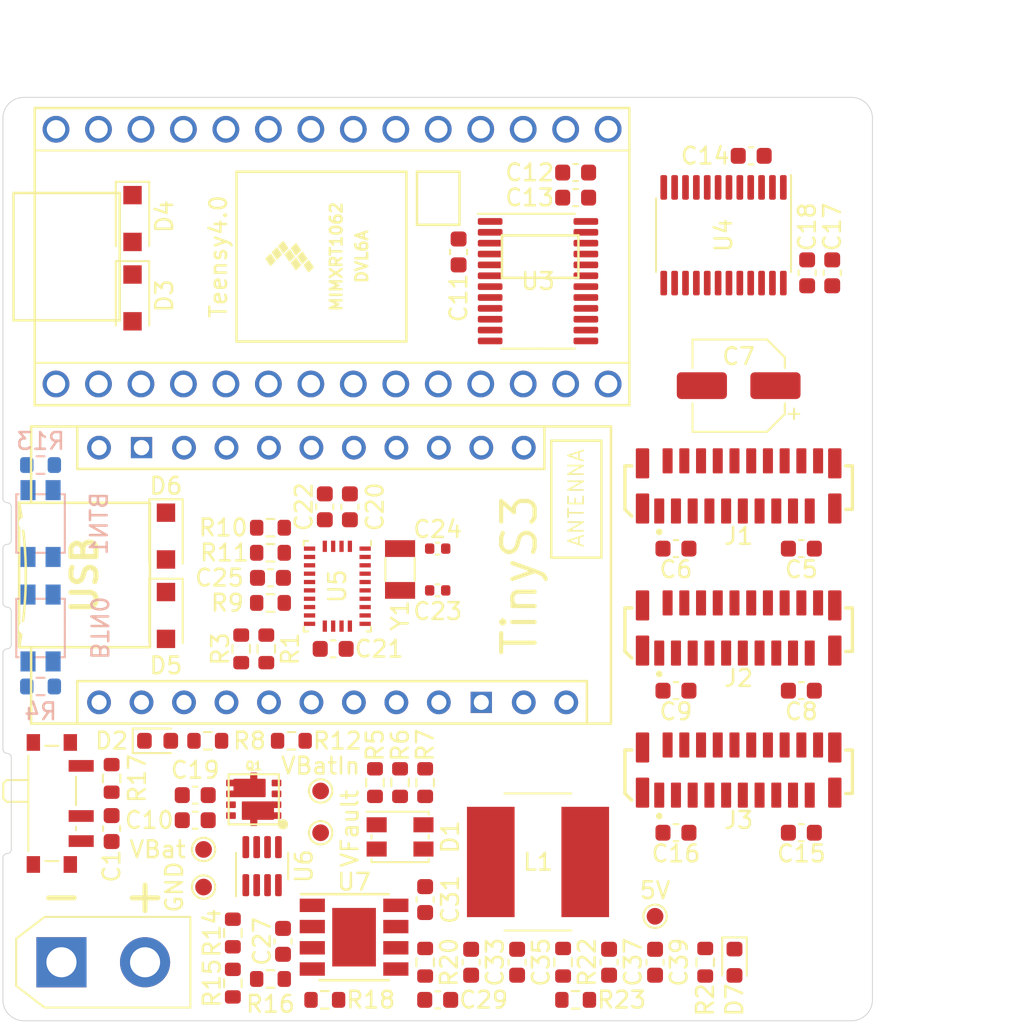
<source format=kicad_pcb>
(kicad_pcb (version 20221232) (generator pcbnew)
  (layers (0 "F.Cu" signal) (1 "In1.Cu" signal) (2 "In2.Cu" signal) (31 "B.Cu" signal) (34 "B.Paste" user) (35 "F.Paste" user) (36 "B.SilkS" user "B.Silkscreen") (37 "F.SilkS" user "F.Silkscreen") (38 "B.Mask" user) (39 "F.Mask" user) (44 "Edge.Cuts" user))
  (net 0 "")
  (net 1 "+3V3")
  (net 2 "GND")
  (net 3 "+5V")
  (net 4 "Net-(U5-XOUT32)")
  (net 5 "Net-(U5-XIN32)")
  (net 6 "Net-(U5-CAP)")
  (net 7 "Net-(D1-RA)")
  (net 8 "Net-(D1-GA)")
  (net 9 "Net-(D1-BA)")
  (net 10 "Net-(D2-A)")
  (net 11 "/3V3_TEENSY")
  (net 13 "/BTN0")
  (net 14 "/LED_R")
  (net 15 "/LED_G")
  (net 21 "/Conn0_G")
  (net 22 "/Conn0_R")
  (net 23 "/Conn0_B")
  (net 24 "/Conn1_G")
  (net 25 "/Conn1_R")
  (net 26 "/Conn1_B")
  (net 27 "/Conn_RowBlank")
  (net 28 "/Conn_RowLatch")
  (net 29 "/Conn_RowDat")
  (net 30 "/Conn_Blank")
  (net 31 "/Conn_Latch")
  (net 32 "/Conn_SCLK")
  (net 33 "/Conn2_G")
  (net 34 "/Conn2_R")
  (net 35 "/Conn2_B")
  (net 36 "/Conn0_G_3V3")
  (net 37 "/Conn0_R_3V3")
  (net 38 "/Conn0_B_3V3")
  (net 39 "/Conn1_G_3V3")
  (net 40 "/Conn1_R_3V3")
  (net 41 "/Conn1_B_3V3")
  (net 42 "/Conn2_G_3V3")
  (net 43 "/Conn2_R_3V3")
  (net 44 "/Conn2_B_3V3")
  (net 45 "/Conn_RowDat_3V3")
  (net 46 "/MOSI")
  (net 47 "/MISO")
  (net 48 "/SCK")
  (net 49 "/Conn_SCLK_3V3")
  (net 50 "/Conn_Latch_3V3")
  (net 51 "/Conn_Blank_3V3")
  (net 52 "/Conn_RowLatch_3V3")
  (net 53 "/Conn_RowBlank_3V3")
  (net 54 "/UART_TX")
  (net 55 "/UART_RX")
  (net 56 "/LED_B")
  (net 57 "/nRST")
  (net 58 "Net-(U5-PS1)")
  (net 59 "Net-(U5-PS0)")
  (net 60 "/SDA")
  (net 61 "/SCL")
  (net 72 "/Driver_CS")
  (net 73 "/BTN1")
  (net 74 "Net-(Q1B-D)")
  (net 75 "Net-(C29-Pad1)")
  (net 77 "Net-(U7-BST)")
  (net 78 "Net-(U7-SW)")
  (net 80 "Net-(U7-COMP)")
  (net 81 "Net-(U7-FB)")
  (net 82 "Net-(Q1A-D)")
  (net 83 "Net-(U6-UV)")
  (net 84 "Net-(U6-OV)")
  (net 85 "/Power/~{SHDN}")
  (net 86 "Net-(U7-RT)")
  (net 87 "Net-(U6-~{FAULT})")
  (net 88 "Net-(Q1A-G)")
  (net 89 "Net-(Q1A-S)")
  (net 91 "/TEENSY_5V")
  (net 92 "/ESP_5V")
  (net 93 "Net-(D7-A)")
  (net 94 "/ESP_IO6")
  (net 95 "/ESP_IO7")
  (net 96 "Net-(SW3-A)")
  (footprint "Resistor_SMD:R_0603_1608Metric" (layer "F.Cu") (at 113.75 108.75 -90)
    (fp_text reference "R15" (at 0 1.25 90) (layer "F.SilkS"))
    (fp_text value "182k" hide)
    (pad "1" smd roundrect (at -0.825 0 270) (size 0.8 0.95) (layers "F.Cu" "F.Paste" "F.Mask") (net 83 "Net-(U6-UV)"))
    (pad "2" smd roundrect (at 0.825 0 270) (size 0.8 0.95) (layers "F.Cu" "F.Paste" "F.Mask") (net 84 "Net-(U6-OV)"))
  )
  (footprint "FH12-20S-0.5SVA_54:HRS_FH12-20S-0.5SVA(54)" (layer "F.Cu") (at 144 96 180)
    (fp_text reference "J3" (at 0 -3) (layer "F.SilkS"))
    (fp_text value "Conn2" hide)
    (pad "1" smd roundrect (at 4.75 -1.5 180) (size 0.6 1.5) (layers "F.Cu" "F.Paste" "F.Mask") (roundrect_rratio 0.1) (net 2 "GND"))
    (pad "2" smd roundrect (at 4.25 1.5 180) (size 0.6 1.5) (layers "F.Cu" "F.Paste" "F.Mask") (roundrect_rratio 0.1) (net 2 "GND"))
    (pad "3" smd roundrect (at 3.75 -1.5 180) (size 0.6 1.5) (layers "F.Cu" "F.Paste" "F.Mask") (roundrect_rratio 0.1) (net 3 "+5V"))
    (pad "4" smd roundrect (at 3.25 1.5 180) (size 0.6 1.5) (layers "F.Cu" "F.Paste" "F.Mask") (roundrect_rratio 0.1) (net 3 "+5V"))
    (pad "5" smd roundrect (at 2.75 -1.5 180) (size 0.6 1.5) (layers "F.Cu" "F.Paste" "F.Mask") (roundrect_rratio 0.1) (net 3 "+5V"))
    (pad "6" smd roundrect (at 2.25 1.5 180) (size 0.6 1.5) (layers "F.Cu" "F.Paste" "F.Mask") (roundrect_rratio 0.1) (net 33 "/Conn2_G"))
    (pad "7" smd roundrect (at 1.75 -1.5 180) (size 0.6 1.5) (layers "F.Cu" "F.Paste" "F.Mask") (roundrect_rratio 0.1) (net 34 "/Conn2_R"))
    (pad "8" smd roundrect (at 1.25 1.5 180) (size 0.6 1.5) (layers "F.Cu" "F.Paste" "F.Mask") (roundrect_rratio 0.1) (net 35 "/Conn2_B"))
    (pad "9" smd roundrect (at 0.75 -1.5 180) (size 0.6 1.5) (layers "F.Cu" "F.Paste" "F.Mask") (roundrect_rratio 0.1) (net 2 "GND"))
    (pad "10" smd roundrect (at 0.25 1.5 180) (size 0.6 1.5) (layers "F.Cu" "F.Paste" "F.Mask") (roundrect_rratio 0.1) (net 32 "/Conn_SCLK"))
    (pad "11" smd roundrect (at -0.25 -1.5 180) (size 0.6 1.5) (layers "F.Cu" "F.Paste" "F.Mask") (roundrect_rratio 0.1) (net 31 "/Conn_Latch"))
    (pad "12" smd roundrect (at -0.75 1.5 180) (size 0.6 1.5) (layers "F.Cu" "F.Paste" "F.Mask") (roundrect_rratio 0.1) (net 30 "/Conn_Blank"))
    (pad "13" smd roundrect (at -1.25 -1.5 180) (size 0.6 1.5) (layers "F.Cu" "F.Paste" "F.Mask") (roundrect_rratio 0.1) (net 2 "GND"))
    (pad "14" smd roundrect (at -1.75 1.5 180) (size 0.6 1.5) (layers "F.Cu" "F.Paste" "F.Mask") (roundrect_rratio 0.1) (net 29 "/Conn_RowDat"))
    (pad "15" smd roundrect (at -2.25 -1.5 180) (size 0.6 1.5) (layers "F.Cu" "F.Paste" "F.Mask") (roundrect_rratio 0.1) (net 28 "/Conn_RowLatch"))
    (pad "16" smd roundrect (at -2.75 1.5 180) (size 0.6 1.5) (layers "F.Cu" "F.Paste" "F.Mask") (roundrect_rratio 0.1) (net 27 "/Conn_RowBlank"))
    (pad "17" smd roundrect (at -3.25 -1.5 180) (size 0.6 1.5) (layers "F.Cu" "F.Paste" "F.Mask") (roundrect_rratio 0.1) (net 2 "GND"))
    (pad "18" smd roundrect (at -3.75 1.5 180) (size 0.6 1.5) (layers "F.Cu" "F.Paste" "F.Mask") (roundrect_rratio 0.1) (net 3 "+5V"))
    (pad "19" smd roundrect (at -4.25 -1.5 180) (size 0.6 1.5) (layers "F.Cu" "F.Paste" "F.Mask") (roundrect_rratio 0.1) (net 3 "+5V"))
    (pad "20" smd roundrect (at -4.75 1.5 180) (size 0.6 1.5) (layers "F.Cu" "F.Paste" "F.Mask") (roundrect_rratio 0.1) (net 3 "+5V"))
    (pad "SH" smd roundrect (at -5.75 -1.35 180) (size 0.8 1.8) (layers "F.Cu" "F.Paste" "F.Mask") (roundrect_rratio 0.1) (net 2 "GND"))
    (pad "SH" smd roundrect (at -5.75 1.35 180) (size 0.8 1.8) (layers "F.Cu" "F.Paste" "F.Mask") (roundrect_rratio 0.1) (net 2 "GND"))
    (pad "SH" smd roundrect (at 5.75 -1.35 180) (size 0.8 1.8) (layers "F.Cu" "F.Paste" "F.Mask") (roundrect_rratio 0.1) (net 2 "GND"))
    (pad "SH" smd roundrect (at 5.75 1.35 180) (size 0.8 1.8) (layers "F.Cu" "F.Paste" "F.Mask") (roundrect_rratio 0.1) (net 2 "GND"))
  )
  (footprint "AON7804:DFN3X3" (layer "F.Cu") (at 115 97.75 180)
    (fp_text reference "Q1" (at 0 2) (layer "F.SilkS") (effects (font (size 0.480744 0.480744))))
    (fp_text value "AON7804" hide)
    (pad "1" smd roundrect (at -1.36 -0.975 90) (size 0.4 0.58) (layers "F.Cu" "F.Paste" "F.Mask") (roundrect_rratio 0.15) (net 82 "Net-(Q1A-D)"))
    (pad "1" smd roundrect (at -1.36 -0.325 90) (size 0.4 0.58) (layers "F.Cu" "F.Paste" "F.Mask") (roundrect_rratio 0.15) (net 82 "Net-(Q1A-D)"))
    (pad "1" smd roundrect (at -0.25 -0.6775 270) (size 1.105 1.925) (layers "F.Cu" "F.Paste" "F.Mask") (roundrect_rratio 0.05) (net 82 "Net-(Q1A-D)"))
    (pad "1" smd roundrect (at 0 -1.23 270) (size 0.74 0.43) (layers "F.Cu" "F.Paste" "F.Mask") (roundrect_rratio 0.15) (net 82 "Net-(Q1A-D)"))
    (pad "2" smd roundrect (at -1.36 0.325 90) (size 0.4 0.58) (layers "F.Cu" "F.Paste" "F.Mask") (roundrect_rratio 0.15) (net 89 "Net-(Q1A-S)"))
    (pad "3" smd roundrect (at -1.36 0.975 90) (size 0.4 0.58) (layers "F.Cu" "F.Paste" "F.Mask") (roundrect_rratio 0.15) (net 88 "Net-(Q1A-G)"))
    (pad "4" smd roundrect (at 0 1.23 270) (size 0.74 0.43) (layers "F.Cu" "F.Paste" "F.Mask") (roundrect_rratio 0.15) (net 74 "Net-(Q1B-D)"))
    (pad "4" smd roundrect (at 0.25 0.6775 270) (size 1.105 1.925) (layers "F.Cu" "F.Paste" "F.Mask") (roundrect_rratio 0.05) (net 74 "Net-(Q1B-D)"))
    (pad "4" smd roundrect (at 1.36 0.325 90) (size 0.4 0.58) (layers "F.Cu" "F.Paste" "F.Mask") (roundrect_rratio 0.15) (net 74 "Net-(Q1B-D)"))
    (pad "4" smd roundrect (at 1.36 0.975 90) (size 0.4 0.58) (layers "F.Cu" "F.Paste" "F.Mask") (roundrect_rratio 0.15) (net 74 "Net-(Q1B-D)"))
    (pad "5" smd roundrect (at 1.36 -0.325 90) (size 0.4 0.58) (layers "F.Cu" "F.Paste" "F.Mask") (roundrect_rratio 0.15) (net 89 "Net-(Q1A-S)"))
    (pad "6" smd roundrect (at 1.36 -0.975 90) (size 0.4 0.58) (layers "F.Cu" "F.Paste" "F.Mask") (roundrect_rratio 0.15) (net 88 "Net-(Q1A-G)"))
  )
  (footprint "Diode_SMD:D_SOD-123F" (layer "F.Cu") (at 107.75 63 -90)
    (fp_text reference "D4" (at -0.127 -1.905 90) (layer "F.SilkS"))
    (fp_text value "D_Schottky" hide)
    (pad "1" smd rect (at -1.4 0 270) (size 1.1 1.1) (layers "F.Cu" "F.Paste" "F.Mask") (net 3 "+5V"))
    (pad "2" smd rect (at 1.4 0 270) (size 1.1 1.1) (layers "F.Cu" "F.Paste" "F.Mask") (net 91 "/TEENSY_5V"))
  )
  (footprint "TestPoint:TestPoint_Pad_D1.0mm" (layer "F.Cu") (at 112 103)
    (fp_text reference "TP1" hide)
    (fp_text value "GND" (at -1.75 0 90) (layer "F.SilkS"))
    (pad "1" smd circle (at 0 0) (size 1 1) (layers "F.Cu" "F.Mask") (net 2 "GND"))
  )
  (footprint "Capacitor_SMD:C_0603_1608Metric" (layer "F.Cu") (at 119.25 80.25 90)
    (fp_text reference "C22" (at 0 -1.25 90) (layer "F.SilkS"))
    (fp_text value "100nF" hide)
    (pad "1" smd roundrect (at -0.775 0 90) (size 0.9 0.95) (layers "F.Cu" "F.Paste" "F.Mask") (net 1 "+3V3"))
    (pad "2" smd roundrect (at 0.775 0 90) (size 0.9 0.95) (layers "F.Cu" "F.Paste" "F.Mask") (net 2 "GND"))
  )
  (footprint "Diode_SMD:D_SOD-123F" (layer "F.Cu") (at 109.75 82 -90)
    (fp_text reference "D6" (at -3 0 180) (layer "F.SilkS"))
    (fp_text value "D_Schottky" hide)
    (pad "1" smd rect (at -1.4 0 270) (size 1.1 1.1) (layers "F.Cu" "F.Paste" "F.Mask") (net 3 "+5V"))
    (pad "2" smd rect (at 1.4 0 270) (size 1.1 1.1) (layers "F.Cu" "F.Paste" "F.Mask") (net 92 "/ESP_5V"))
  )
  (footprint "footprints:TinyS3" (layer "F.Cu") (at 119.685 84.33 90)
    (fp_text reference "U1" hide)
    (fp_text value "TinyS3" (at 0 11.2 90 unlocked) (layer "F.SilkS") (effects (font (size 2 2) (thickness 0.25))))
    (fp_text user "ANTENNA" (at 4.6 14.6 90 unlocked) (layer "F.SilkS") (effects (font (size 0.9 0.9) (thickness 0.1))))
    (fp_text user "USB" (at 0 -14.8 90 unlocked) (layer "F.SilkS") (effects (font (size 1.5 1.5) (thickness 0.3))))
    (pad "1" thru_hole circle (at 7.62 -13.936 90) (size 1.4224 1.4224) (drill 0.9144) (layers *.Cu *.Mask))
    (pad "2" thru_hole rect (at 7.62 -11.396 90) (size 1.27 1.27) (drill 0.9144) (layers *.Cu *.Mask) (net 2 "GND"))
    (pad "3" thru_hole circle (at 7.62 -8.856 90) (size 1.4224 1.4224) (drill 0.9144) (layers *.Cu *.Mask) (net 92 "/ESP_5V"))
    (pad "4" thru_hole circle (at 7.62 -6.316 90) (size 1.4224 1.4224) (drill 0.9144) (layers *.Cu *.Mask) (net 1 "+3V3"))
    (pad "5" thru_hole circle (at 7.62 -3.776 90) (size 1.4224 1.4224) (drill 0.9144) (layers *.Cu *.Mask) (net 13 "/BTN0"))
    (pad "6" thru_hole circle (at 7.62 -1.236 90) (size 1.4224 1.4224) (drill 0.9144) (layers *.Cu *.Mask) (net 73 "/BTN1"))
    (pad "7" thru_hole circle (at 7.62 1.304 90) (size 1.4224 1.4224) (drill 0.9144) (layers *.Cu *.Mask))
    (pad "8" thru_hole circle (at 7.62 3.844 90) (size 1.4224 1.4224) (drill 0.9144) (layers *.Cu *.Mask) (net 14 "/LED_R"))
    (pad "9" thru_hole circle (at 7.62 6.384 90) (size 1.4224 1.4224) (drill 0.9144) (layers *.Cu *.Mask) (net 15 "/LED_G"))
    (pad "10" thru_hole circle (at 7.62 8.924 90) (size 1.4224 1.4224) (drill 0.9144) (layers *.Cu *.Mask) (net 56 "/LED_B"))
    (pad "11" thru_hole circle (at 7.62 11.464 90) (size 1.4224 1.4224) (drill 0.9144) (layers *.Cu *.Mask))
    (pad "12" thru_hole circle (at -7.62 14.004 90) (size 1.4224 1.4224) (drill 0.9) (layers *.Cu *.Mask) (net 55 "/UART_RX"))
    (pad "13" thru_hole circle (at -7.62 11.464 90) (size 1.4224 1.4224) (drill 0.9) (layers *.Cu *.Mask) (net 54 "/UART_TX"))
    (pad "14" thru_hole rect (at -7.62 8.924 90) (size 1.27 1.27) (drill 0.9) (layers *.Cu *.Mask) (net 2 "GND"))
    (pad "15" thru_hole circle (at -7.62 6.384 90) (size 1.4224 1.4224) (drill 0.9) (layers *.Cu *.Mask))
    (pad "16" thru_hole circle (at -7.62 3.844 90) (size 1.4224 1.4224) (drill 0.9) (layers *.Cu *.Mask) (net 94 "/ESP_IO6"))
    (pad "17" thru_hole circle (at -7.62 1.304 90) (size 1.4224 1.4224) (drill 0.9) (layers *.Cu *.Mask) (net 95 "/ESP_IO7"))
    (pad "18" thru_hole circle (at -7.62 -1.236 90) (size 1.4224 1.4224) (drill 0.9) (layers *.Cu *.Mask) (net 60 "/SDA"))
    (pad "19" thru_hole circle (at -7.62 -3.776 90) (size 1.4224 1.4224) (drill 0.9) (layers *.Cu *.Mask) (net 61 "/SCL"))
    (pad "20" thru_hole circle (at -7.62 -6.316 90) (size 1.4224 1.4224) (drill 0.9) (layers *.Cu *.Mask) (net 72 "/Driver_CS"))
    (pad "21" thru_hole circle (at -7.62 -8.856 90) (size 1.4224 1.4224) (drill 0.9) (layers *.Cu *.Mask) (net 48 "/SCK"))
    (pad "22" thru_hole circle (at -7.62 -11.396 90) (size 1.4224 1.4224) (drill 0.9) (layers *.Cu *.Mask) (net 47 "/MISO"))
    (pad "23" thru_hole circle (at -7.62 -13.936 90) (size 1.4224 1.4224) (drill 0.9) (layers *.Cu *.Mask) (net 46 "/MOSI"))
  )
  (footprint "Resistor_SMD:R_0603_1608Metric" (layer "F.Cu") (at 114.25 88.75 -90)
    (fp_text reference "R3" (at 0 1.25 90) (layer "F.SilkS"))
    (fp_text value "10k" hide)
    (pad "1" smd roundrect (at -0.825 0 270) (size 0.8 0.95) (layers "F.Cu" "F.Paste" "F.Mask") (net 1 "+3V3"))
    (pad "2" smd roundrect (at 0.825 0 270) (size 0.8 0.95) (layers "F.Cu" "F.Paste" "F.Mask") (net 61 "/SCL"))
  )
  (footprint "TestPoint:TestPoint_Pad_D1.0mm" (layer "F.Cu") (at 119 99.75 -90)
    (fp_text reference "TP3" hide)
    (fp_text value "VFault" (at -0.25 -1.75 90) (layer "F.SilkS"))
    (pad "1" smd circle (at 0 0 270) (size 1 1) (layers "F.Cu" "F.Mask") (net 87 "Net-(U6-~{FAULT})"))
  )
  (footprint "Resistor_SMD:R_0603_1608Metric" (layer "F.Cu") (at 116 86)
    (fp_text reference "R9" (at -1.5 0) (layer "F.SilkS") (effects (justify right)))
    (fp_text value "10k" hide)
    (pad "1" smd roundrect (at -0.825 0) (size 0.8 0.95) (layers "F.Cu" "F.Paste" "F.Mask") (net 1 "+3V3"))
    (pad "2" smd roundrect (at 0.825 0) (size 0.8 0.95) (layers "F.Cu" "F.Paste" "F.Mask") (net 57 "/nRST"))
  )
  (footprint "Capacitor_SMD:C_0603_1608Metric" (layer "F.Cu") (at 140.25 99.75)
    (fp_text reference "C16" (at 0 1.25 180) (layer "F.SilkS"))
    (fp_text value "10μF" hide)
    (pad "1" smd roundrect (at -0.775 0) (size 0.9 0.95) (layers "F.Cu" "F.Paste" "F.Mask") (net 2 "GND"))
    (pad "2" smd roundrect (at 0.775 0) (size 0.9 0.95) (layers "F.Cu" "F.Paste" "F.Mask") (net 3 "+5V"))
  )
  (footprint "Capacitor_SMD:C_0603_1608Metric" (layer "F.Cu") (at 127.25 65 -90)
    (fp_text reference "C11" (at 2.75 0 270) (layer "F.SilkS"))
    (fp_text value "100nF" hide)
    (pad "1" smd roundrect (at -0.775 0 270) (size 0.9 0.95) (layers "F.Cu" "F.Paste" "F.Mask") (net 11 "/3V3_TEENSY"))
    (pad "2" smd roundrect (at 0.775 0 270) (size 0.9 0.95) (layers "F.Cu" "F.Paste" "F.Mask") (net 2 "GND"))
  )
  (footprint "Capacitor_SMD:C_0603_1608Metric" (layer "F.Cu") (at 136.25 107.5 -90)
    (fp_text reference "C37" (at 0 -1.43 90) (layer "F.SilkS"))
    (fp_text value "22μF" hide)
    (pad "1" smd roundrect (at -0.775 0 270) (size 0.9 0.95) (layers "F.Cu" "F.Paste" "F.Mask") (net 3 "+5V"))
    (pad "2" smd roundrect (at 0.775 0 270) (size 0.9 0.95) (layers "F.Cu" "F.Paste" "F.Mask") (net 2 "GND"))
  )
  (footprint "Capacitor_SMD:C_0603_1608Metric" (layer "F.Cu") (at 147.75 82.75)
    (fp_text reference "C5" (at 0 1.25 180) (layer "F.SilkS"))
    (fp_text value "10μF" hide)
    (pad "1" smd roundrect (at -0.775 0) (size 0.9 0.95) (layers "F.Cu" "F.Paste" "F.Mask") (net 2 "GND"))
    (pad "2" smd roundrect (at 0.775 0) (size 0.9 0.95) (layers "F.Cu" "F.Paste" "F.Mask") (net 3 "+5V"))
  )
  (footprint "Resistor_SMD:R_0603_1608Metric" (layer "F.Cu") (at 133.5 107.5 -90)
    (fp_text reference "R22" (at 0 -1.43 90) (layer "F.SilkS"))
    (fp_text value "115k" hide)
    (pad "1" smd roundrect (at -0.825 0 270) (size 0.8 0.95) (layers "F.Cu" "F.Paste" "F.Mask") (net 3 "+5V"))
    (pad "2" smd roundrect (at 0.825 0 270) (size 0.8 0.95) (layers "F.Cu" "F.Paste" "F.Mask") (net 81 "Net-(U7-FB)"))
  )
  (footprint "TestPoint:TestPoint_Pad_D1.0mm" (layer "F.Cu") (at 139 104.75 180)
    (fp_text reference "TP5" hide)
    (fp_text value "5V" (at 0 1.55) (layer "F.SilkS"))
    (pad "1" smd circle (at 0 0 180) (size 1 1) (layers "F.Cu" "F.Mask") (net 3 "+5V"))
  )
  (footprint "Package_LGA:LGA-28_5.2x3.8mm_P0.5mm" (layer "F.Cu") (at 120 85 -90)
    (fp_text reference "U5" (at 0 0 90) (layer "F.SilkS"))
    (fp_text value "BNO055" hide)
    (pad "1" smd rect (at -2.25 -1.6625 270) (size 0.254 0.675) (layers "F.Cu" "F.Paste" "F.Mask"))
    (pad "2" smd rect (at -2.3875 -0.75) (size 0.254 0.675) (layers "F.Cu" "F.Paste" "F.Mask") (net 2 "GND"))
    (pad "3" smd rect (at -2.3875 -0.25) (size 0.254 0.675) (layers "F.Cu" "F.Paste" "F.Mask") (net 1 "+3V3"))
    (pad "4" smd rect (at -2.3875 0.25) (size 0.254 0.675) (layers "F.Cu" "F.Paste" "F.Mask") (net 1 "+3V3"))
    (pad "5" smd rect (at -2.3875 0.75) (size 0.254 0.675) (layers "F.Cu" "F.Paste" "F.Mask") (net 58 "Net-(U5-PS1)"))
    (pad "6" smd rect (at -2.25 1.6625 270) (size 0.254 0.675) (layers "F.Cu" "F.Paste" "F.Mask") (net 59 "Net-(U5-PS0)"))
    (pad "7" smd rect (at -1.75 1.6625 270) (size 0.254 0.675) (layers "F.Cu" "F.Paste" "F.Mask"))
    (pad "8" smd rect (at -1.25 1.6625 270) (size 0.254 0.675) (layers "F.Cu" "F.Paste" "F.Mask"))
    (pad "9" smd rect (at -0.75 1.6625 270) (size 0.254 0.675) (layers "F.Cu" "F.Paste" "F.Mask") (net 6 "Net-(U5-CAP)"))
    (pad "10" smd rect (at -0.25 1.6625 270) (size 0.254 0.675) (layers "F.Cu" "F.Paste" "F.Mask") (net 2 "GND"))
    (pad "11" smd rect (at 0.25 1.6625 270) (size 0.254 0.675) (layers "F.Cu" "F.Paste" "F.Mask") (net 57 "/nRST"))
    (pad "12" smd rect (at 0.75 1.6625 270) (size 0.254 0.675) (layers "F.Cu" "F.Paste" "F.Mask"))
    (pad "13" smd rect (at 1.25 1.6625 270) (size 0.254 0.675) (layers "F.Cu" "F.Paste" "F.Mask"))
    (pad "14" smd rect (at 1.75 1.6625 270) (size 0.254 0.675) (layers "F.Cu" "F.Paste" "F.Mask"))
    (pad "15" smd rect (at 2.25 1.6625 270) (size 0.254 0.675) (layers "F.Cu" "F.Paste" "F.Mask") (net 2 "GND"))
    (pad "16" smd rect (at 2.3875 0.75) (size 0.254 0.675) (layers "F.Cu" "F.Paste" "F.Mask") (net 2 "GND"))
    (pad "17" smd rect (at 2.3875 0.25) (size 0.254 0.675) (layers "F.Cu" "F.Paste" "F.Mask") (net 2 "GND"))
    (pad "18" smd rect (at 2.3875 -0.25) (size 0.254 0.675) (layers "F.Cu" "F.Paste" "F.Mask") (net 2 "GND"))
    (pad "19" smd rect (at 2.3875 -0.75) (size 0.254 0.675) (layers "F.Cu" "F.Paste" "F.Mask") (net 61 "/SCL"))
    (pad "20" smd rect (at 2.25 -1.6625 270) (size 0.254 0.675) (layers "F.Cu" "F.Paste" "F.Mask") (net 60 "/SDA"))
    (pad "21" smd rect (at 1.75 -1.6625 270) (size 0.254 0.675) (layers "F.Cu" "F.Paste" "F.Mask"))
    (pad "22" smd rect (at 1.25 -1.6625 270) (size 0.254 0.675) (layers "F.Cu" "F.Paste" "F.Mask"))
    (pad "23" smd rect (at 0.75 -1.6625 270) (size 0.254 0.675) (layers "F.Cu" "F.Paste" "F.Mask"))
    (pad "24" smd rect (at 0.25 -1.6625 270) (size 0.254 0.675) (layers "F.Cu" "F.Paste" "F.Mask"))
    (pad "25" smd rect (at -0.25 -1.6625 270) (size 0.254 0.675) (layers "F.Cu" "F.Paste" "F.Mask") (net 2 "GND"))
    (pad "26" smd rect (at -0.75 -1.6625 270) (size 0.254 0.675) (layers "F.Cu" "F.Paste" "F.Mask") (net 4 "Net-(U5-XOUT32)"))
    (pad "27" smd rect (at -1.25 -1.6625 270) (size 0.254 0.675) (layers "F.Cu" "F.Paste" "F.Mask") (net 5 "Net-(U5-XIN32)"))
    (pad "28" smd rect (at -1.75 -1.6625 270) (size 0.254 0.675) (layers "F.Cu" "F.Paste" "F.Mask") (net 1 "+3V3"))
  )
  (footprint "Capacitor_SMD:C_0603_1608Metric" (layer "F.Cu") (at 106.5 99.5 90)
    (fp_text reference "C1" (at -2.25 0 90) (layer "F.SilkS"))
    (fp_text value "100nF" hide)
    (pad "1" smd roundrect (at -0.775 0 90) (size 0.9 0.95) (layers "F.Cu" "F.Paste" "F.Mask") (net 2 "GND"))
    (pad "2" smd roundrect (at 0.775 0 90) (size 0.9 0.95) (layers "F.Cu" "F.Paste" "F.Mask") (net 85 "/Power/~{SHDN}"))
  )
  (footprint "Capacitor_SMD:C_0603_1608Metric" (layer "F.Cu") (at 149.595 66.25 -90)
    (fp_text reference "C17" (at -2.75 0 270) (layer "F.SilkS"))
    (fp_text value "1μF" hide)
    (pad "1" smd roundrect (at -0.775 0 -90) (size 0.9 0.95) (layers "F.Cu" "F.Paste" "F.Mask") (net 2 "GND"))
    (pad "2" smd roundrect (at 0.775 0 -90) (size 0.9 0.95) (layers "F.Cu" "F.Paste" "F.Mask") (net 3 "+5V"))
  )
  (footprint "Capacitor_SMD:C_0603_1608Metric" (layer "F.Cu") (at 147.75 91.25)
    (fp_text reference "C8" (at 0 1.25 180) (layer "F.SilkS"))
    (fp_text value "10μF" hide)
    (pad "1" smd roundrect (at -0.775 0) (size 0.9 0.95) (layers "F.Cu" "F.Paste" "F.Mask") (net 2 "GND"))
    (pad "2" smd roundrect (at 0.775 0) (size 0.9 0.95) (layers "F.Cu" "F.Paste" "F.Mask") (net 3 "+5V"))
  )
  (footprint "Button_Switch_SMD:SW_SPDT_PCM12" (layer "F.Cu") (at 103.25 98 -90)
    (fp_text reference "SW3" hide)
    (fp_text value "SW_SPDT" hide)
    (pad "" smd rect (at -3.65 -0.78 270) (size 1 0.8) (layers "F.Cu" "F.Paste" "F.Mask"))
    (pad "" smd rect (at -3.65 1.43 270) (size 1 0.8) (layers "F.Cu" "F.Paste" "F.Mask"))
    (pad "" np_thru_hole circle (at -1.5 0.33 270) (size 0.9 0.9) (drill 0.9) (layers *.Cu *.Mask))
    (pad "" np_thru_hole circle (at 1.5 0.33 270) (size 0.9 0.9) (drill 0.9) (layers *.Cu *.Mask))
    (pad "" smd rect (at 3.65 -0.78 270) (size 1 0.8) (layers "F.Cu" "F.Paste" "F.Mask"))
    (pad "" smd rect (at 3.65 1.43 270) (size 1 0.8) (layers "F.Cu" "F.Paste" "F.Mask"))
    (pad "1" smd rect (at -2.25 -1.43 270) (size 0.7 1.5) (layers "F.Cu" "F.Paste" "F.Mask") (net 96 "Net-(SW3-A)"))
    (pad "2" smd rect (at 0.75 -1.43 270) (size 0.7 1.5) (layers "F.Cu" "F.Paste" "F.Mask") (net 85 "/Power/~{SHDN}"))
    (pad "3" smd rect (at 2.25 -1.43 270) (size 0.7 1.5) (layers "F.Cu" "F.Paste" "F.Mask") (net 2 "GND"))
  )
  (footprint "Resistor_SMD:R_0603_1608Metric" (layer "F.Cu") (at 122.25 96.75 -90)
    (fp_text reference "R5" (at -2.25 0 90) (layer "F.SilkS"))
    (fp_text value "1k" hide)
    (pad "1" smd roundrect (at -0.825 0 270) (size 0.8 0.95) (layers "F.Cu" "F.Paste" "F.Mask") (net 14 "/LED_R"))
    (pad "2" smd roundrect (at 0.825 0 270) (size 0.8 0.95) (layers "F.Cu" "F.Paste" "F.Mask") (net 7 "Net-(D1-RA)"))
  )
  (footprint "Capacitor_SMD:CP_Elec_5x3.9" (layer "F.Cu") (at 144 73 180)
    (fp_text reference "C7" (at 0 1.75) (layer "F.SilkS"))
    (fp_text value "100μF" hide)
    (pad "1" smd roundrect (at -2.2 0 180) (size 3 1.6) (layers "F.Cu" "F.Paste" "F.Mask") (roundrect_rratio 0.15625) (net 3 "+5V"))
    (pad "2" smd roundrect (at 2.2 0 180) (size 3 1.6) (layers "F.Cu" "F.Paste" "F.Mask") (roundrect_rratio 0.15625) (net 2 "GND"))
  )
  (footprint "LED_SMD:LED_0603_1608Metric" (layer "F.Cu") (at 109.25 94.25)
    (fp_text reference "D2" (at -2.75 0) (layer "F.SilkS"))
    (fp_text value "LED" hide)
    (pad "1" smd roundrect (at -0.7875 0) (size 0.875 0.95) (layers "F.Cu" "F.Paste" "F.Mask") (net 2 "GND"))
    (pad "2" smd roundrect (at 0.7875 0) (size 0.875 0.95) (layers "F.Cu" "F.Paste" "F.Mask") (net 10 "Net-(D2-A)"))
  )
  (footprint "Resistor_SMD:R_0603_1608Metric" (layer "F.Cu") (at 134.25 109.75)
    (fp_text reference "R23" (at 2.75 0) (layer "F.SilkS"))
    (fp_text value "22.1k" hide)
    (pad "1" smd roundrect (at -0.825 0) (size 0.8 0.95) (layers "F.Cu" "F.Paste" "F.Mask") (net 81 "Net-(U7-FB)"))
    (pad "2" smd roundrect (at 0.825 0) (size 0.8 0.95) (layers "F.Cu" "F.Paste" "F.Mask") (net 2 "GND"))
  )
  (footprint "LED_SMD:LED_Kingbright_AAA3528ESGCT" (layer "F.Cu") (at 123.75 100)
    (fp_text reference "D1" (at 3 0 90) (layer "F.SilkS"))
    (fp_text value "LED_RGBK" hide)
    (pad "1" smd rect (at -1.4 -0.725) (size 1.2 0.9) (layers "F.Cu" "F.Paste" "F.Mask") (net 7 "Net-(D1-RA)"))
    (pad "2" smd rect (at 1.4 -0.725) (size 1.2 0.9) (layers "F.Cu" "F.Paste" "F.Mask") (net 8 "Net-(D1-GA)"))
    (pad "3" smd rect (at 1.4 0.725) (size 1.2 0.9) (layers "F.Cu" "F.Paste" "F.Mask") (net 9 "Net-(D1-BA)"))
    (pad "4" smd rect (at -1.4 0.725) (size 1.2 0.9) (layers "F.Cu" "F.Paste" "F.Mask") (net 2 "GND"))
  )
  (footprint "Diode_SMD:D_SOD-123F" (layer "F.Cu") (at 109.75 86.75 -90)
    (fp_text reference "D5" (at 3 0 180) (layer "F.SilkS"))
    (fp_text value "D_Schottky" hide)
    (pad "1" smd rect (at -1.4 0 270) (size 1.1 1.1) (layers "F.Cu" "F.Paste" "F.Mask") (net 92 "/ESP_5V"))
    (pad "2" smd rect (at 1.4 0 270) (size 1.1 1.1) (layers "F.Cu" "F.Paste" "F.Mask") (net 3 "+5V"))
  )
  (footprint "Capacitor_SMD:C_0603_1608Metric" (layer "F.Cu") (at 144.75 59.25 180)
    (fp_text reference "C14" (at 2.75 0) (layer "F.SilkS"))
    (fp_text value "100nF" hide)
    (pad "1" smd roundrect (at -0.775 0 180) (size 0.9 0.95) (layers "F.Cu" "F.Paste" "F.Mask") (net 11 "/3V3_TEENSY"))
    (pad "2" smd roundrect (at 0.775 0 180) (size 0.9 0.95) (layers "F.Cu" "F.Paste" "F.Mask") (net 2 "GND"))
  )
  (footprint "Resistor_SMD:R_0603_1608Metric" (layer "F.Cu") (at 116 83 180)
    (fp_text reference "R11" (at 2.75 0) (layer "F.SilkS"))
    (fp_text value "10k" hide)
    (pad "1" smd roundrect (at -0.825 0 180) (size 0.8 0.95) (layers "F.Cu" "F.Paste" "F.Mask") (net 59 "Net-(U5-PS0)"))
    (pad "2" smd roundrect (at 0.825 0 180) (size 0.8 0.95) (layers "F.Cu" "F.Paste" "F.Mask") (net 2 "GND"))
  )
  (footprint "Resistor_SMD:R_0603_1608Metric" (layer "F.Cu") (at 125.25 96.75 -90)
    (fp_text reference "R7" (at -2.25 0 90) (layer "F.SilkS"))
    (fp_text value "1k" hide)
    (pad "1" smd roundrect (at -0.825 0 270) (size 0.8 0.95) (layers "F.Cu" "F.Paste" "F.Mask") (net 56 "/LED_B"))
    (pad "2" smd roundrect (at 0.825 0 270) (size 0.8 0.95) (layers "F.Cu" "F.Paste" "F.Mask") (net 9 "Net-(D1-BA)"))
  )
  (footprint "Capacitor_SMD:C_0603_1608Metric" (layer "F.Cu") (at 134.25 60.25)
    (fp_text reference "C12" (at -2.75 0 180) (layer "F.SilkS"))
    (fp_text value "1μF" hide)
    (pad "1" smd roundrect (at -0.775 0) (size 0.9 0.95) (layers "F.Cu" "F.Paste" "F.Mask") (net 2 "GND"))
    (pad "2" smd roundrect (at 0.775 0) (size 0.9 0.95) (layers "F.Cu" "F.Paste" "F.Mask") (net 3 "+5V"))
  )
  (footprint "Inductor_SMD:L_Bourns_SRN8040TA" (layer "F.Cu") (at 132 101.5 180)
    (fp_text reference "L1" (at 0 0) (layer "F.SilkS"))
    (fp_text value "5.6μH" hide)
    (pad "1" smd rect (at -2.825 0 90) (size 6.6 2.85) (layers "F.Cu" "F.Paste" "F.Mask") (net 3 "+5V"))
    (pad "2" smd rect (at 2.825 0 90) (size 6.6 2.85) (layers "F.Cu" "F.Paste" "F.Mask") (net 78 "Net-(U7-SW)"))
  )
  (footprint "Capacitor_SMD:C_0603_1608Metric" (layer "F.Cu") (at 140.25 91.25)
    (fp_text reference "C9" (at 0 1.25 180) (layer "F.SilkS"))
    (fp_text value "10μF" hide)
    (pad "1" smd roundrect (at -0.775 0) (size 0.9 0.95) (layers "F.Cu" "F.Paste" "F.Mask") (net 2 "GND"))
    (pad "2" smd roundrect (at 0.775 0) (size 0.9 0.95) (layers "F.Cu" "F.Paste" "F.Mask") (net 3 "+5V"))
  )
  (footprint "Capacitor_SMD:C_0603_1608Metric" (layer "F.Cu") (at 128 107.5 -90)
    (fp_text reference "C33" (at 0 -1.43 90) (layer "F.SilkS"))
    (fp_text value "47pF" hide)
    (pad "1" smd roundrect (at -0.775 0 270) (size 0.9 0.95) (layers "F.Cu" "F.Paste" "F.Mask") (net 80 "Net-(U7-COMP)"))
    (pad "2" smd roundrect (at 0.775 0 270) (size 0.9 0.95) (layers "F.Cu" "F.Paste" "F.Mask") (net 2 "GND"))
  )
  (footprint "Capacitor_SMD:C_0402_1005Metric" (layer "F.Cu") (at 126 82.75)
    (fp_text reference "C24" (at 0 -1.16) (layer "F.SilkS"))
    (fp_text value "5pF" hide)
    (pad "1" smd roundrect (at -0.48 0) (size 0.56 0.62) (layers "F.Cu" "F.Paste" "F.Mask") (net 5 "Net-(U5-XIN32)"))
    (pad "2" smd roundrect (at 0.48 0) (size 0.56 0.62) (layers "F.Cu" "F.Paste" "F.Mask") (net 2 "GND"))
  )
  (footprint "Resistor_SMD:R_0603_1608Metric" (layer "F.Cu") (at 112.25 94.25 180)
    (fp_text reference "R8" (at -2.5 0) (layer "F.SilkS"))
    (fp_text value "1k" hide)
    (pad "1" smd roundrect (at -0.825 0 180) (size 0.8 0.95) (layers "F.Cu" "F.Paste" "F.Mask") (net 48 "/SCK"))
    (pad "2" smd roundrect (at 0.825 0 180) (size 0.8 0.95) (layers "F.Cu" "F.Paste" "F.Mask") (net 10 "Net-(D2-A)"))
  )
  (footprint "Resistor_SMD:R_0603_1608Metric" (layer "F.Cu") (at 113.75 105.75 -90)
    (fp_text reference "R14" (at 0 1.25 90) (layer "F.SilkS"))
    (fp_text value "3.9M" hide)
    (pad "1" smd roundrect (at -0.825 0 270) (size 0.8 0.95) (layers "F.Cu" "F.Paste" "F.Mask") (net 82 "Net-(Q1A-D)"))
    (pad "2" smd roundrect (at 0.825 0 270) (size 0.8 0.95) (layers "F.Cu" "F.Paste" "F.Mask") (net 83 "Net-(U6-UV)"))
  )
  (footprint "Resistor_SMD:R_0603_1608Metric" (layer "F.Cu") (at 123.75 96.75 -90)
    (fp_text reference "R6" (at -2.25 0 90) (layer "F.SilkS"))
    (fp_text value "1k" hide)
    (pad "1" smd roundrect (at -0.825 0 270) (size 0.8 0.95) (layers "F.Cu" "F.Paste" "F.Mask") (net 15 "/LED_G"))
    (pad "2" smd roundrect (at 0.825 0 270) (size 0.8 0.95) (layers "F.Cu" "F.Paste" "F.Mask") (net 8 "Net-(D1-GA)"))
  )
  (footprint "Resistor_SMD:R_0603_1608Metric" (layer "F.Cu") (at 125.25 107.5 -90)
    (fp_text reference "R20" (at 0 -1.43 90) (layer "F.SilkS"))
    (fp_text value "14k" hide)
    (pad "1" smd roundrect (at -0.825 0 270) (size 0.8 0.95) (layers "F.Cu" "F.Paste" "F.Mask") (net 80 "Net-(U7-COMP)"))
    (pad "2" smd roundrect (at 0.825 0 270) (size 0.8 0.95) (layers "F.Cu" "F.Paste" "F.Mask") (net 75 "Net-(C29-Pad1)"))
  )
  (footprint "Capacitor_SMD:C_0402_1005Metric" (layer "F.Cu") (at 126 85.25)
    (fp_text reference "C23" (at 0 1.25) (layer "F.SilkS"))
    (fp_text value "5pF" hide)
    (pad "1" smd roundrect (at -0.48 0) (size 0.56 0.62) (layers "F.Cu" "F.Paste" "F.Mask") (net 4 "Net-(U5-XOUT32)"))
    (pad "2" smd roundrect (at 0.48 0) (size 0.56 0.62) (layers "F.Cu" "F.Paste" "F.Mask") (net 2 "GND"))
  )
  (footprint "Package_SO:TSSOP-24_4.4x7.8mm_P0.65mm" (layer "F.Cu") (at 132 66.75)
    (fp_text reference "U3" (at 0 0 180) (layer "F.SilkS"))
    (fp_text value "SN74AVC8T245PW" hide)
    (pad "1" smd roundrect (at -2.8625 -3.575) (size 1.475 0.4) (layers "F.Cu" "F.Paste" "F.Mask") (net 11 "/3V3_TEENSY"))
    (pad "2" smd roundrect (at -2.8625 -2.925) (size 1.475 0.4) (layers "F.Cu" "F.Paste" "F.Mask") (net 11 "/3V3_TEENSY"))
    (pad "3" smd roundrect (at -2.8625 -2.275) (size 1.475 0.4) (layers "F.Cu" "F.Paste" "F.Mask") (net 36 "/Conn0_G_3V3"))
    (pad "4" smd roundrect (at -2.8625 -1.625) (size 1.475 0.4) (layers "F.Cu" "F.Paste" "F.Mask") (net 37 "/Conn0_R_3V3"))
    (pad "5" smd roundrect (at -2.8625 -0.975) (size 1.475 0.4) (layers "F.Cu" "F.Paste" "F.Mask") (net 38 "/Conn0_B_3V3"))
    (pad "6" smd roundrect (at -2.8625 -0.325) (size 1.475 0.4) (layers "F.Cu" "F.Paste" "F.Mask") (net 39 "/Conn1_G_3V3"))
    (pad "7" smd roundrect (at -2.8625 0.325) (size 1.475 0.4) (layers "F.Cu" "F.Paste" "F.Mask") (net 40 "/Conn1_R_3V3"))
    (pad "8" smd roundrect (at -2.8625 0.975) (size 1.475 0.4) (layers "F.Cu" "F.Paste" "F.Mask") (net 41 "/Conn1_B_3V3"))
    (pad "9" smd roundrect (at -2.8625 1.625) (size 1.475 0.4) (layers "F.Cu" "F.Paste" "F.Mask") (net 42 "/Conn2_G_3V3"))
    (pad "10" smd roundrect (at -2.8625 2.275) (size 1.475 0.4) (layers "F.Cu" "F.Paste" "F.Mask") (net 43 "/Conn2_R_3V3"))
    (pad "11" smd roundrect (at -2.8625 2.925) (size 1.475 0.4) (layers "F.Cu" "F.Paste" "F.Mask") (net 2 "GND"))
    (pad "12" smd roundrect (at -2.8625 3.575) (size 1.475 0.4) (layers "F.Cu" "F.Paste" "F.Mask") (net 2 "GND"))
    (pad "13" smd roundrect (at 2.8625 3.575) (size 1.475 0.4) (layers "F.Cu" "F.Paste" "F.Mask") (net 2 "GND"))
    (pad "14" smd roundrect (at 2.8625 2.925) (size 1.475 0.4) (layers "F.Cu" "F.Paste" "F.Mask") (net 34 "/Conn2_R"))
    (pad "15" smd roundrect (at 2.8625 2.275) (size 1.475 0.4) (layers "F.Cu" "F.Paste" "F.Mask") (net 33 "/Conn2_G"))
    (pad "16" smd roundrect (at 2.8625 1.625) (size 1.475 0.4) (layers "F.Cu" "F.Paste" "F.Mask") (net 26 "/Conn1_B"))
    (pad "17" smd roundrect (at 2.8625 0.975) (size 1.475 0.4) (layers "F.Cu" "F.Paste" "F.Mask") (net 25 "/Conn1_R"))
    (pad "18" smd roundrect (at 2.8625 0.325) (size 1.475 0.4) (layers "F.Cu" "F.Paste" "F.Mask") (net 24 "/Conn1_G"))
    (pad "19" smd roundrect (at 2.8625 -0.325) (size 1.475 0.4) (layers "F.Cu" "F.Paste" "F.Mask") (net 23 "/Conn0_B"))
    (pad "20" smd roundrect (at 2.8625 -0.975) (size 1.475 0.4) (layers "F.Cu" "F.Paste" "F.Mask") (net 22 "/Conn0_R"))
    (pad "21" smd roundrect (at 2.8625 -1.625) (size 1.475 0.4) (layers "F.Cu" "F.Paste" "F.Mask") (net 21 "/Conn0_G"))
    (pad "22" smd roundrect (at 2.8625 -2.275) (size 1.475 0.4) (layers "F.Cu" "F.Paste" "F.Mask") (net 2 "GND"))
    (pad "23" smd roundrect (at 2.8625 -2.925) (size 1.475 0.4) (layers "F.Cu" "F.Paste" "F.Mask") (net 3 "+5V"))
    (pad "24" smd roundrect (at 2.8625 -3.575) (size 1.475 0.4) (layers "F.Cu" "F.Paste" "F.Mask") (net 3 "+5V"))
  )
  (footprint "Resistor_SMD:R_0603_1608Metric" (layer "F.Cu") (at 142 107.5 -90)
    (fp_text reference "R2" (at 2.25 0 90) (layer "F.SilkS"))
    (fp_text value "1k" hide)
    (pad "1" smd roundrect (at -0.825 0 270) (size 0.8 0.95) (layers "F.Cu" "F.Paste" "F.Mask") (net 3 "+5V"))
    (pad "2" smd roundrect (at 0.825 0 270) (size 0.8 0.95) (layers "F.Cu" "F.Paste" "F.Mask") (net 93 "Net-(D7-A)"))
  )
  (footprint "Capacitor_SMD:C_0603_1608Metric" (layer "F.Cu") (at 111.5 99 180)
    (fp_text reference "C10" (at 2.75 0) (layer "F.SilkS"))
    (fp_text value "22μF" hide)
    (pad "1" smd roundrect (at -0.775 0 180) (size 0.9 0.95) (layers "F.Cu" "F.Paste" "F.Mask") (net 74 "Net-(Q1B-D)"))
    (pad "2" smd roundrect (at 0.775 0 180) (size 0.9 0.95) (layers "F.Cu" "F.Paste" "F.Mask") (net 2 "GND"))
  )
  (footprint "Capacitor_SMD:C_0603_1608Metric" (layer "F.Cu") (at 147.75 99.75)
    (fp_text reference "C15" (at 0 1.25 180) (layer "F.SilkS"))
    (fp_text value "10μF" hide)
    (pad "1" smd roundrect (at -0.775 0) (size 0.9 0.95) (layers "F.Cu" "F.Paste" "F.Mask") (net 2 "GND"))
    (pad "2" smd roundrect (at 0.775 0) (size 0.9 0.95) (layers "F.Cu" "F.Paste" "F.Mask") (net 3 "+5V"))
  )
  (footprint "Capacitor_SMD:C_0603_1608Metric" (layer "F.Cu") (at 134.25 61.75 180)
    (fp_text reference "C13" (at 2.75 0 180) (layer "F.SilkS"))
    (fp_text value "100nF" hide)
    (pad "1" smd roundrect (at -0.775 0 180) (size 0.9 0.95) (layers "F.Cu" "F.Paste" "F.Mask") (net 3 "+5V"))
    (pad "2" smd roundrect (at 0.775 0 180) (size 0.9 0.95) (layers "F.Cu" "F.Paste" "F.Mask") (net 2 "GND"))
  )
  (footprint "Capacitor_SMD:C_0603_1608Metric" (layer "F.Cu") (at 126 109.75)
    (fp_text reference "C29" (at 2.75 0 180) (layer "F.SilkS"))
    (fp_text value "3.3nF" hide)
    (pad "1" smd roundrect (at -0.775 0) (size 0.9 0.95) (layers "F.Cu" "F.Paste" "F.Mask") (net 75 "Net-(C29-Pad1)"))
    (pad "2" smd roundrect (at 0.775 0) (size 0.9 0.95) (layers "F.Cu" "F.Paste" "F.Mask") (net 2 "GND"))
  )
  (footprint "teensy:Teensy40_EdgesOnly" (layer "F.Cu") (at 119.685 65.28)
    (fp_text reference "U2" hide)
    (fp_text value "Teensy4.0" (at -6.8 0 90) (layer "F.SilkS"))
    (fp_text user "MIMXRT1062" (at 0.25 0 90) (layer "F.SilkS") (effects (font (size 0.7 0.7))))
    (fp_text user "DVL6A" (at 1.778 0 90) (layer "F.SilkS") (effects (font (size 0.7 0.7))))
    (pad "1" thru_hole circle (at -16.51 7.62) (size 1.6 1.6) (drill 1.1) (layers *.Cu *.Mask) (net 2 "GND"))
    (pad "2" thru_hole circle (at -13.97 7.62) (size 1.6 1.6) (drill 1.1) (layers *.Cu *.Mask) (net 36 "/Conn0_G_3V3"))
    (pad "3" thru_hole circle (at -11.43 7.62) (size 1.6 1.6) (drill 1.1) (layers *.Cu *.Mask) (net 37 "/Conn0_R_3V3"))
    (pad "4" thru_hole circle (at -8.89 7.62) (size 1.6 1.6) (drill 1.1) (layers *.Cu *.Mask) (net 38 "/Conn0_B_3V3"))
    (pad "5" thru_hole circle (at -6.35 7.62) (size 1.6 1.6) (drill 1.1) (layers *.Cu *.Mask) (net 39 "/Conn1_G_3V3"))
    (pad "6" thru_hole circle (at -3.81 7.62) (size 1.6 1.6) (drill 1.1) (layers *.Cu *.Mask) (net 40 "/Conn1_R_3V3"))
    (pad "7" thru_hole circle (at -1.27 7.62) (size 1.6 1.6) (drill 1.1) (layers *.Cu *.Mask) (net 41 "/Conn1_B_3V3"))
    (pad "8" thru_hole circle (at 1.27 7.62) (size 1.6 1.6) (drill 1.1) (layers *.Cu *.Mask) (net 42 "/Conn2_G_3V3"))
    (pad "9" thru_hole circle (at 3.81 7.62) (size 1.6 1.6) (drill 1.1) (layers *.Cu *.Mask) (net 43 "/Conn2_R_3V3"))
    (pad "10" thru_hole circle (at 6.35 7.62) (size 1.6 1.6) (drill 1.1) (layers *.Cu *.Mask) (net 44 "/Conn2_B_3V3"))
    (pad "11" thru_hole circle (at 8.89 7.62) (size 1.6 1.6) (drill 1.1) (layers *.Cu *.Mask) (net 45 "/Conn_RowDat_3V3"))
    (pad "12" thru_hole circle (at 11.43 7.62) (size 1.6 1.6) (drill 1.1) (layers *.Cu *.Mask) (net 72 "/Driver_CS"))
    (pad "13" thru_hole circle (at 13.97 7.62) (size 1.6 1.6) (drill 1.1) (layers *.Cu *.Mask) (net 46 "/MOSI"))
    (pad "14" thru_hole circle (at 16.51 7.62) (size 1.6 1.6) (drill 1.1) (layers *.Cu *.Mask) (net 47 "/MISO"))
    (pad "20" thru_hole circle (at 16.51 -7.62) (size 1.6 1.6) (drill 1.1) (layers *.Cu *.Mask) (net 48 "/SCK"))
    (pad "21" thru_hole circle (at 13.97 -7.62) (size 1.6 1.6) (drill 1.1) (layers *.Cu *.Mask) (net 49 "/Conn_SCLK_3V3"))
    (pad "22" thru_hole circle (at 11.43 -7.62) (size 1.6 1.6) (drill 1.1) (layers *.Cu *.Mask) (net 50 "/Conn_Latch_3V3"))
    (pad "23" thru_hole circle (at 8.89 -7.62) (size 1.6 1.6) (drill 1.1) (layers *.Cu *.Mask) (net 51 "/Conn_Blank_3V3"))
    (pad "24" thru_hole circle (at 6.35 -7.62) (size 1.6 1.6) (drill 1.1) (layers *.Cu *.Mask) (net 52 "/Conn_RowLatch_3V3"))
    (pad "25" thru_hole circle (at 3.81 -7.62) (size 1.6 1.6) (drill 1.1) (layers *.Cu *.Mask) (net 53 "/Conn_RowBlank_3V3"))
    (pad "26" thru_hole circle (at 1.27 -7.62) (size 1.6 1.6) (drill 1.1) (layers *.Cu *.Mask))
    (pad "27" thru_hole circle (at -1.27 -7.62) (size 1.6 1.6) (drill 1.1) (layers *.Cu *.Mask) (net 54 "/UART_TX"))
    (pad "28" thru_hole circle (at -3.81 -7.62) (size 1.6 1.6) (drill 1.1) (layers *.Cu *.Mask) (net 55 "/UART_RX"))
    (pad "29" thru_hole circle (at -6.35 -7.62) (size 1.6 1.6) (drill 1.1) (layers *.Cu *.Mask))
    (pad "30" thru_hole circle (at -8.89 -7.62) (size 1.6 1.6) (drill 1.1) (layers *.Cu *.Mask))
    (pad "31" thru_hole circle (at -11.43 -7.62) (size 1.6 1.6) (drill 1.1) (layers *.Cu *.Mask) (net 11 "/3V3_TEENSY"))
    (pad "32" thru_hole circle (at -13.97 -7.62) (size 1.6 1.6) (drill 1.1) (layers *.Cu *.Mask) (net 2 "GND"))
    (pad "33" thru_hole circle (at -16.51 -7.62) (size 1.6 1.6) (drill 1.1) (layers *.Cu *.Mask) (net 91 "/TEENSY_5V"))
  )
  (footprint "Resistor_SMD:R_0603_1608Metric" (layer "F.Cu") (at 119.25 109.75)
    (fp_text reference "R18" (at 2.75 0 180) (layer "F.SilkS"))
    (fp_text value "200k" hide)
    (pad "1" smd roundrect (at -0.825 0) (size 0.8 0.95) (layers "F.Cu" "F.Paste" "F.Mask") (net 86 "Net-(U7-RT)"))
    (pad "2" smd roundrect (at 0.825 0) (size 0.8 0.95) (layers "F.Cu" "F.Paste" "F.Mask") (net 2 "GND"))
  )
  (footprint "Resistor_SMD:R_0603_1608Metric" (layer "F.Cu") (at 116 108.5)
    (fp_text reference "R16" (at 0 1.5 180) (layer "F.SilkS"))
    (fp_text value "117k" hide)
    (pad "1" smd roundrect (at -0.825 0) (size 0.8 0.95) (layers "F.Cu" "F.Paste" "F.Mask") (net 84 "Net-(U6-OV)"))
    (pad "2" smd roundrect (at 0.825 0) (size 0.8 0.95) (layers "F.Cu" "F.Paste" "F.Mask") (net 2 "GND"))
  )
  (footprint "LED_SMD:LED_0603_1608Metric" (layer "F.Cu") (at 143.75 107.5 -90)
    (fp_text reference "D7" (at 2.25 0 90) (layer "F.SilkS"))
    (fp_text value "LED" hide)
    (pad "1" smd roundrect (at -0.7875 0 270) (size 0.875 0.95) (layers "F.Cu" "F.Paste" "F.Mask") (net 2 "GND"))
    (pad "2" smd roundrect (at 0.7875 0 270) (size 0.875 0.95) (layers "F.Cu" "F.Paste" "F.Mask") (net 93 "Net-(D7-A)"))
  )
  (footprint "Package_TO_SOT_SMD:TSOT-23-8" (layer "F.Cu") (at 115.5 101.75 90)
    (fp_text reference "U6" (at 0 2.5 90) (layer "F.SilkS"))
    (fp_text value "LTC4365TS8" hide)
    (pad "1" smd roundrect (at -1.1375 -0.975 90) (size 1.325 0.4) (layers "F.Cu" "F.Paste" "F.Mask") (net 82 "Net-(Q1A-D)"))
    (pad "2" smd roundrect (at -1.1375 -0.325 90) (size 1.325 0.4) (layers "F.Cu" "F.Paste" "F.Mask") (net 83 "Net-(U6-UV)"))
    (pad "3" smd roundrect (at -1.1375 0.325 90) (size 1.325 0.4) (layers "F.Cu" "F.Paste" "F.Mask") (net 84 "Net-(U6-OV)"))
    (pad "4" smd roundrect (at -1.1375 0.975 90) (size 1.325 0.4) (layers "F.Cu" "F.Paste" "F.Mask") (net 2 "GND"))
    (pad "5" smd roundrect (at 1.1375 0.975 90) (size 1.325 0.4) (layers "F.Cu" "F.Paste" "F.Mask") (net 85 "/Power/~{SHDN}"))
    (pad "6" smd roundrect (at 1.1375 0.325 90) (size 1.325 0.4) (layers "F.Cu" "F.Paste" "F.Mask") (net 87 "Net-(U6-~{FAULT})"))
    (pad "7" smd roundrect (at 1.1375 -0.325 90) (size 1.325 0.4) (layers "F.Cu" "F.Paste" "F.Mask") (net 74 "Net-(Q1B-D)"))
    (pad "8" smd roundrect (at 1.1375 -0.975 90) (size 1.325 0.4) (layers "F.Cu" "F.Paste" "F.Mask") (net 88 "Net-(Q1A-G)"))
  )
  (footprint "Capacitor_SMD:C_0603_1608Metric" (layer "F.Cu") (at 111.5 97.5 180)
    (fp_text reference "C19" (at 0 1.5) (layer "F.SilkS"))
    (fp_text value "22μF" hide)
    (pad "1" smd roundrect (at -0.775 0 180) (size 0.9 0.95) (layers "F.Cu" "F.Paste" "F.Mask") (net 74 "Net-(Q1B-D)"))
    (pad "2" smd roundrect (at 0.775 0 180) (size 0.9 0.95) (layers "F.Cu" "F.Paste" "F.Mask") (net 2 "GND"))
  )
  (footprint "Capacitor_SMD:C_0603_1608Metric" (layer "F.Cu") (at 116 84.5 180)
    (fp_text reference "C25" (at 1.5 0) (layer "F.SilkS") (effects (justify right)))
    (fp_text value "100nF" hide)
    (pad "1" smd roundrect (at -0.775 0 180) (size 0.9 0.95) (layers "F.Cu" "F.Paste" "F.Mask") (net 6 "Net-(U5-CAP)"))
    (pad "2" smd roundrect (at 0.775 0 180) (size 0.9 0.95) (layers "F.Cu" "F.Paste" "F.Mask") (net 2 "GND"))
  )
  (footprint "Crystal:Crystal_SMD_3215-2Pin_3.2x1.5mm" (layer "F.Cu") (at 123.75 84 90)
    (fp_text reference "Y1" (at -2.75 0 90) (layer "F.SilkS"))
    (fp_text value "32.768kHz" hide)
    (pad "1" smd rect (at 1.25 0 90) (size 1 1.8) (layers "F.Cu" "F.Paste" "F.Mask") (net 5 "Net-(U5-XIN32)"))
    (pad "2" smd rect (at -1.25 0 90) (size 1 1.8) (layers "F.Cu" "F.Paste" "F.Mask") (net 4 "Net-(U5-XOUT32)"))
  )
  (footprint "TestPoint:TestPoint_Pad_D1.0mm" (layer "F.Cu") (at 112 100.75 -90)
    (fp_text reference "TP4" hide)
    (fp_text value "VBat" (at 0 2.75) (layer "F.SilkS"))
    (pad "1" smd circle (at 0 0 270) (size 1 1) (layers "F.Cu" "F.Mask") (net 74 "Net-(Q1B-D)"))
  )
  (footprint "Resistor_SMD:R_0603_1608Metric" (layer "F.Cu") (at 117.25 94.25 180)
    (fp_text reference "R12" (at -2.75 0) (layer "F.SilkS"))
    (fp_text value "10k" hide)
    (pad "1" smd roundrect (at -0.825 0 180) (size 0.8 0.95) (layers "F.Cu" "F.Paste" "F.Mask") (net 1 "+3V3"))
    (pad "2" smd roundrect (at 0.825 0 180) (size 0.8 0.95) (layers "F.Cu" "F.Paste" "F.Mask") (net 72 "/Driver_CS"))
  )
  (footprint "Capacitor_SMD:C_0603_1608Metric" (layer "F.Cu") (at 119.75 88.75)
    (fp_text reference "C21" (at 2.75 0) (layer "F.SilkS"))
    (fp_text value "120nF" hide)
    (pad "1" smd roundrect (at -0.775 0) (size 0.9 0.95) (layers "F.Cu" "F.Paste" "F.Mask") (net 1 "+3V3"))
    (pad "2" smd roundrect (at 0.775 0) (size 0.9 0.95) (layers "F.Cu" "F.Paste" "F.Mask") (net 2 "GND"))
  )
  (footprint "Diode_SMD:D_SOD-123F" (layer "F.Cu") (at 107.75 67.75 -90)
    (fp_text reference "D3" (at -0.127 -1.905 90) (layer "F.SilkS"))
    (fp_text value "D_Schottky" hide)
    (pad "1" smd rect (at -1.4 0 270) (size 1.1 1.1) (layers "F.Cu" "F.Paste" "F.Mask") (net 91 "/TEENSY_5V"))
    (pad "2" smd rect (at 1.4 0 270) (size 1.1 1.1) (layers "F.Cu" "F.Paste" "F.Mask") (net 3 "+5V"))
  )
  (footprint "FH12-20S-0.5SVA_54:HRS_FH12-20S-0.5SVA(54)" (layer "F.Cu") (at 144 79 180)
    (fp_text reference "J1" (at 0 -3) (layer "F.SilkS"))
    (fp_text value "Conn0" hide)
    (pad "1" smd roundrect (at 4.75 -1.5 180) (size 0.6 1.5) (layers "F.Cu" "F.Paste" "F.Mask") (roundrect_rratio 0.1) (net 2 "GND"))
    (pad "2" smd roundrect (at 4.25 1.5 180) (size 0.6 1.5) (layers "F.Cu" "F.Paste" "F.Mask") (roundrect_rratio 0.1) (net 2 "GND"))
    (pad "3" smd roundrect (at 3.75 -1.5 180) (size 0.6 1.5) (layers "F.Cu" "F.Paste" "F.Mask") (roundrect_rratio 0.1) (net 3 "+5V"))
    (pad "4" smd roundrect (at 3.25 1.5 180) (size 0.6 1.5) (layers "F.Cu" "F.Paste" "F.Mask") (roundrect_rratio 0.1) (net 3 "+5V"))
    (pad "5" smd roundrect (at 2.75 -1.5 180) (size 0.6 1.5) (layers "F.Cu" "F.Paste" "F.Mask") (roundrect_rratio 0.1) (net 3 "+5V"))
    (pad "6" smd roundrect (at 2.25 1.5 180) (size 0.6 1.5) (layers "F.Cu" "F.Paste" "F.Mask") (roundrect_rratio 0.1) (net 21 "/Conn0_G"))
    (pad "7" smd roundrect (at 1.75 -1.5 180) (size 0.6 1.5) (layers "F.Cu" "F.Paste" "F.Mask") (roundrect_rratio 0.1) (net 22 "/Conn0_R"))
    (pad "8" smd roundrect (at 1.25 1.5 180) (size 0.6 1.5) (layers "F.Cu" "F.Paste" "F.Mask") (roundrect_rratio 0.1) (net 23 "/Conn0_B"))
    (pad "9" smd roundrect (at 0.75 -1.5 180) (size 0.6 1.5) (layers "F.Cu" "F.Paste" "F.Mask") (roundrect_rratio 0.1) (net 2 "GND"))
    (pad "10" smd roundrect (at 0.25 1.5 180) (size 0.6 1.5) (layers "F.Cu" "F.Paste" "F.Mask") (roundrect_rratio 0.1) (net 32 "/Conn_SCLK"))
    (pad "11" smd roundrect (at -0.25 -1.5 180) (size 0.6 1.5) (layers "F.Cu" "F.Paste" "F.Mask") (roundrect_rratio 0.1) (net 31 "/Conn_Latch"))
    (pad "12" smd roundrect (at -0.75 1.5 180) (size 0.6 1.5) (layers "F.Cu" "F.Paste" "F.Mask") (roundrect_rratio 0.1) (net 30 "/Conn_Blank"))
    (pad "13" smd roundrect (at -1.25 -1.5 180) (size 0.6 1.5) (layers "F.Cu" "F.Paste" "F.Mask") (roundrect_rratio 0.1) (net 2 "GND"))
    (pad "14" smd roundrect (at -1.75 1.5 180) (size 0.6 1.5) (layers "F.Cu" "F.Paste" "F.Mask") (roundrect_rratio 0.1) (net 29 "/Conn_RowDat"))
    (pad "15" smd roundrect (at -2.25 -1.5 180) (size 0.6 1.5) (layers "F.Cu" "F.Paste" "F.Mask") (roundrect_rratio 0.1) (net 28 "/Conn_RowLatch"))
    (pad "16" smd roundrect (at -2.75 1.5 180) (size 0.6 1.5) (layers "F.Cu" "F.Paste" "F.Mask") (roundrect_rratio 0.1) (net 27 "/Conn_RowBlank"))
    (pad "17" smd roundrect (at -3.25 -1.5 180) (size 0.6 1.5) (layers "F.Cu" "F.Paste" "F.Mask") (roundrect_rratio 0.1) (net 2 "GND"))
    (pad "18" smd roundrect (at -3.75 1.5 180) (size 0.6 1.5) (layers "F.Cu" "F.Paste" "F.Mask") (roundrect_rratio 0.1) (net 3 "+5V"))
    (pad "19" smd roundrect (at -4.25 -1.5 180) (size 0.6 1.5) (layers "F.Cu" "F.Paste" "F.Mask") (roundrect_rratio 0.1) (net 3 "+5V"))
    (pad "20" smd roundrect (at -4.75 1.5 180) (size 0.6 1.5) (layers "F.Cu" "F.Paste" "F.Mask") (roundrect_rratio 0.1) (net 3 "+5V"))
    (pad "SH" smd roundrect (at -5.75 -1.35 180) (size 0.8 1.8) (layers "F.Cu" "F.Paste" "F.Mask") (roundrect_rratio 0.1) (net 2 "GND"))
    (pad "SH" smd roundrect (at -5.75 1.35 180) (size 0.8 1.8) (layers "F.Cu" "F.Paste" "F.Mask") (roundrect_rratio 0.1) (net 2 "GND"))
    (pad "SH" smd roundrect (at 5.75 -1.35 180) (size 0.8 1.8) (layers "F.Cu" "F.Paste" "F.Mask") (roundrect_rratio 0.1) (net 2 "GND"))
    (pad "SH" smd roundrect (at 5.75 1.35 180) (size 0.8 1.8) (layers "F.Cu" "F.Paste" "F.Mask") (roundrect_rratio 0.1) (net 2 "GND"))
  )
  (footprint "Capacitor_SMD:C_0603_1608Metric" (layer "F.Cu") (at 148.095 66.25 90)
    (fp_text reference "C18" (at 2.75 0 90) (layer "F.SilkS"))
    (fp_text value "100nF" hide)
    (pad "1" smd roundrect (at -0.775 0 90) (size 0.9 0.95) (layers "F.Cu" "F.Paste" "F.Mask") (net 3 "+5V"))
    (pad "2" smd roundrect (at 0.775 0 90) (size 0.9 0.95) (layers "F.Cu" "F.Paste" "F.Mask") (net 2 "GND"))
  )
  (footprint "Resistor_SMD:R_0603_1608Metric" (layer "F.Cu") (at 106.5 96.5 -90)
    (fp_text reference "R17" (at 0 -1.525 90) (layer "F.SilkS"))
    (fp_text value "510k" hide)
    (pad "1" smd roundrect (at -0.825 0 270) (size 0.8 0.95) (layers "F.Cu" "F.Paste" "F.Mask") (net 96 "Net-(SW3-A)"))
    (pad "2" smd roundrect (at 0.825 0 270) (size 0.8 0.95) (layers "F.Cu" "F.Paste" "F.Mask") (net 82 "Net-(Q1A-D)"))
  )
  (footprint "Capacitor_SMD:C_0603_1608Metric" (layer "F.Cu") (at 139 107.5 -90)
    (fp_text reference "C39" (at 0 -1.43 90) (layer "F.SilkS"))
    (fp_text value "22μF" hide)
    (pad "1" smd roundrect (at -0.775 0 270) (size 0.9 0.95) (layers "F.Cu" "F.Paste" "F.Mask") (net 3 "+5V"))
    (pad "2" smd roundrect (at 0.775 0 270) (size 0.9 0.95) (layers "F.Cu" "F.Paste" "F.Mask") (net 2 "GND"))
  )
  (footprint "Resistor_SMD:R_0603_1608Metric" (layer "F.Cu") (at 116 81.5 180)
    (fp_text reference "R10" (at 2.825 0) (layer "F.SilkS"))
    (fp_text value "10k" hide)
    (pad "1" smd roundrect (at -0.825 0 180) (size 0.8 0.95) (layers "F.Cu" "F.Paste" "F.Mask") (net 58 "Net-(U5-PS1)"))
    (pad "2" smd roundrect (at 0.825 0 180) (size 0.8 0.95) (layers "F.Cu" "F.Paste" "F.Mask") (net 2 "GND"))
  )
  (footprint "Resistor_SMD:R_0603_1608Metric" (layer "F.Cu") (at 115.75 88.75 -90)
    (fp_text reference "R1" (at 0 -1.43 90) (layer "F.SilkS"))
    (fp_text value "10k" hide)
    (pad "1" smd roundrect (at -0.825 0 270) (size 0.8 0.95) (layers "F.Cu" "F.Paste" "F.Mask") (net 1 "+3V3"))
    (pad "2" smd roundrect (at 0.825 0 270) (size 0.8 0.95) (layers "F.Cu" "F.Paste" "F.Mask") (net 60 "/SDA"))
  )
  (footprint "Capacitor_SMD:C_0603_1608Metric" (layer "F.Cu") (at 125.25 103.75 -90)
    (fp_text reference "C31" (at 0 -1.5 90) (layer "F.SilkS"))
    (fp_text value "100nF" hide)
    (pad "1" smd roundrect (at -0.775 0 270) (size 0.9 0.95) (layers "F.Cu" "F.Paste" "F.Mask") (net 77 "Net-(U7-BST)"))
    (pad "2" smd roundrect (at 0.775 0 270) (size 0.9 0.95) (layers "F.Cu" "F.Paste" "F.Mask") (net 78 "Net-(U7-SW)"))
  )
  (footprint "Package_SO:Diodes_SO-8EP" (layer "F.Cu") (at 121 106)
    (fp_text reference "U7" (at 0 -3.3 180) (layer "F.SilkS"))
    (fp_text value "AP64350" hide)
    (pad "1" smd rect (at -2.4975 -1.905) (size 1.505 0.802) (layers "F.Cu" "F.Paste" "F.Mask") (net 77 "Net-(U7-BST)"))
    (pad "2" smd rect (at -2.4975 -0.635) (size 1.505 0.802) (layers "F.Cu" "F.Paste" "F.Mask") (net 74 "Net-(Q1B-D)"))
    (pad "3" smd rect (at -2.4975 0.635) (size 1.505 0.802) (layers "F.Cu" "F.Paste" "F.Mask") (net 74 "Net-(Q1B-D)"))
    (pad "4" smd rect (at -2.4975 1.905) (size 1.505 0.802) (layers "F.Cu" "F.Paste" "F.Mask") (net 86 "Net-(U7-RT)"))
    (pad "5" smd rect (at 2.4975 1.905) (size 1.505 0.802) (layers "F.Cu" "F.Paste" "F.Mask") (net 81 "Net-(U7-FB)"))
    (pad "6" smd rect (at 2.4975 0.635) (size 1.505 0.802) (layers "F.Cu" "F.Paste" "F.Mask") (net 80 "Net-(U7-COMP)"))
    (pad "7" smd rect (at 2.4975 -0.635) (size 1.505 0.802) (layers "F.Cu" "F.Paste" "F.Mask") (net 2 "GND"))
    (pad "8" smd rect (at 2.4975 -1.905) (size 1.505 0.802) (layers "F.Cu" "F.Paste" "F.Mask") (net 78 "Net-(U7-SW)"))
    (pad "9" smd rect (at 0 0) (size 2.613 3.502) (layers "F.Cu" "F.Paste" "F.Mask") (net 2 "GND"))
  )
  (footprint "Package_SO:TSSOP-24_4.4x7.8mm_P0.65mm" (layer "F.Cu") (at 143.095 64 -90)
    (fp_text reference "U4" (at 0 0 270) (layer "F.SilkS"))
    (fp_text value "SN74AVC8T245PW" hide)
    (pad "1" smd roundrect (at -2.8625 -3.575 -90) (size 1.475 0.4) (layers "F.Cu" "F.Paste" "F.Mask") (net 11 "/3V3_TEENSY"))
    (pad "2" smd roundrect (at -2.8625 -2.925 -90) (size 1.475 0.4) (layers "F.Cu" "F.Paste" "F.Mask") (net 11 "/3V3_TEENSY"))
    (pad "3" smd roundrect (at -2.8625 -2.275 -90) (size 1.475 0.4) (layers "F.Cu" "F.Paste" "F.Mask") (net 44 "/Conn2_B_3V3"))
    (pad "4" smd roundrect (at -2.8625 -1.625 -90) (size 1.475 0.4) (layers "F.Cu" "F.Paste" "F.Mask"))
    (pad "5" smd roundrect (at -2.8625 -0.975 -90) (size 1.475 0.4) (layers "F.Cu" "F.Paste" "F.Mask") (net 49 "/Conn_SCLK_3V3"))
    (pad "6" smd roundrect (at -2.8625 -0.325 -90) (size 1.475 0.4) (layers "F.Cu" "F.Paste" "F.Mask") (net 50 "/Conn_Latch_3V3"))
    (pad "7" smd roundrect (at -2.8625 0.325 -90) (size 1.475 0.4) (layers "F.Cu" "F.Paste" "F.Mask") (net 51 "/Conn_Blank_3V3"))
    (pad "8" smd roundrect (at -2.8625 0.975 -90) (size 1.475 0.4) (layers "F.Cu" "F.Paste" "F.Mask") (net 45 "/Conn_RowDat_3V3"))
    (pad "9" smd roundrect (at -2.8625 1.625 -90) (size 1.475 0.4) (layers "F.Cu" "F.Paste" "F.Mask") (net 52 "/Conn_RowLatch_3V3"))
    (pad "10" smd roundrect (at -2.8625 2.275 -90) (size 1.475 0.4) (layers "F.Cu" "F.Paste" "F.Mask") (net 53 "/Conn_RowBlank_3V3"))
    (pad "11" smd roundrect (at -2.8625 2.925 -90) (size 1.475 0.4) (layers "F.Cu" "F.Paste" "F.Mask") (net 2 "GND"))
    (pad "12" smd roundrect (at -2.8625 3.575 -90) (size 1.475 0.4) (layers "F.Cu" "F.Paste" "F.Mask") (net 2 "GND"))
    (pad "13" smd roundrect (at 2.8625 3.575 -90) (size 1.475 0.4) (layers "F.Cu" "F.Paste" "F.Mask") (net 2 "GND"))
    (pad "14" smd roundrect (at 2.8625 2.925 -90) (size 1.475 0.4) (layers "F.Cu" "F.Paste" "F.Mask") (net 27 "/Conn_RowBlank"))
    (pad "15" smd roundrect (at 2.8625 2.275 -90) (size 1.475 0.4) (layers "F.Cu" "F.Paste" "F.Mask") (net 28 "/Conn_RowLatch"))
    (pad "16" smd roundrect (at 2.8625 1.625 -90) (size 1.475 0.4) (layers "F.Cu" "F.Paste" "F.Mask") (net 29 "/Conn_RowDat"))
    (pad "17" smd roundrect (at 2.8625 0.975 -90) (size 1.475 0.4) (layers "F.Cu" "F.Paste" "F.Mask") (net 30 "/Conn_Blank"))
    (pad "18" smd roundrect (at 2.8625 0.325 -90) (size 1.475 0.4) (layers "F.Cu" "F.Paste" "F.Mask") (net 31 "/Conn_Latch"))
    (pad "19" smd roundrect (at 2.8625 -0.325 -90) (size 1.475 0.4) (layers "F.Cu" "F.Paste" "F.Mask") (net 32 "/Conn_SCLK"))
    (pad "20" smd roundrect (at 2.8625 -0.975 -90) (size 1.475 0.4) (layers "F.Cu" "F.Paste" "F.Mask"))
    (pad "21" smd roundrect (at 2.8625 -1.625 -90) (size 1.475 0.4) (layers "F.Cu" "F.Paste" "F.Mask") (net 35 "/Conn2_B"))
    (pad "22" smd roundrect (at 2.8625 -2.275 -90) (size 1.475 0.4) (layers "F.Cu" "F.Paste" "F.Mask") (net 2 "GND"))
    (pad "23" smd roundrect (at 2.8625 -2.925 -90) (size 1.475 0.4) (layers "F.Cu" "F.Paste" "F.Mask") (net 3 "+5V"))
    (pad "24" smd roundrect (at 2.8625 -3.575 -90) (size 1.475 0.4) (layers "F.Cu" "F.Paste" "F.Mask") (net 3 "+5V"))
  )
  (footprint "Capacitor_SMD:C_0603_1608Metric" (layer "F.Cu") (at 116.75 106.25 -90)
    (fp_text reference "C27" (at 0 1.25 90) (layer "F.SilkS"))
    (fp_text value "10μF" hide)
    (pad "1" smd roundrect (at -0.775 0 270) (size 0.9 0.95) (layers "F.Cu" "F.Paste" "F.Mask") (net 74 "Net-(Q1B-D)"))
    (pad "2" smd roundrect (at 0.775 0 270) (size 0.9 0.95) (layers "F.Cu" "F.Paste" "F.Mask") (net 2 "GND"))
  )
  (footprint "Capacitor_SMD:C_0603_1608Metric" (layer "F.Cu") (at 140.25 82.75)
    (fp_text reference "C6" (at 0 1.25 180) (layer "F.SilkS"))
    (fp_text value "10μF" hide)
    (pad "1" smd roundrect (at -0.775 0) (size 0.9 0.95) (layers "F.Cu" "F.Paste" "F.Mask") (net 2 "GND"))
    (pad "2" smd roundrect (at 0.775 0) (size 0.9 0.95) (layers "F.Cu" "F.Paste" "F.Mask") (net 3 "+5V"))
  )
  (footprint "Capacitor_SMD:C_0603_1608Metric" (layer "F.Cu") (at 130.75 107.5 -90)
    (fp_text reference "C35" (at 0 -1.43 90) (layer "F.SilkS"))
    (fp_text value "open" hide)
    (pad "1" smd roundrect (at -0.775 0 270) (size 0.9 0.95) (layers "F.Cu" "F.Paste" "F.Mask") (net 3 "+5V"))
    (pad "2" smd roundrect (at 0.775 0 270) (size 0.9 0.95) (layers "F.Cu" "F.Paste" "F.Mask") (net 81 "Net-(U7-FB)"))
  )
  (footprint "Capacitor_SMD:C_0603_1608Metric" (layer "F.Cu") (at 120.75 80.25 90)
    (fp_text reference "C20" (at 0 1.5 90) (layer "F.SilkS"))
    (fp_text value "6.8nF" hide)
    (pad "1" smd roundrect (at -0.775 0 90) (size 0.9 0.95) (layers "F.Cu" "F.Paste" "F.Mask") (net 1 "+3V3"))
    (pad "2" smd roundrect (at 0.775 0 90) (size 0.9 0.95) (layers "F.Cu" "F.Paste" "F.Mask") (net 2 "GND"))
  )
  (footprint "FH12-20S-0.5SVA_54:HRS_FH12-20S-0.5SVA(54)" (layer "F.Cu") (at 144 87.5 180)
    (fp_text reference "J2" (at 0 -3) (layer "F.SilkS"))
    (fp_text value "Conn1" hide)
    (pad "1" smd roundrect (at 4.75 -1.5 180) (size 0.6 1.5) (layers "F.Cu" "F.Paste" "F.Mask") (roundrect_rratio 0.1) (net 2 "GND"))
    (pad "2" smd roundrect (at 4.25 1.5 180) (size 0.6 1.5) (layers "F.Cu" "F.Paste" "F.Mask") (roundrect_rratio 0.1) (net 2 "GND"))
    (pad "3" smd roundrect (at 3.75 -1.5 180) (size 0.6 1.5) (layers "F.Cu" "F.Paste" "F.Mask") (roundrect_rratio 0.1) (net 3 "+5V"))
    (pad "4" smd roundrect (at 3.25 1.5 180) (size 0.6 1.5) (layers "F.Cu" "F.Paste" "F.Mask") (roundrect_rratio 0.1) (net 3 "+5V"))
    (pad "5" smd roundrect (at 2.75 -1.5 180) (size 0.6 1.5) (layers "F.Cu" "F.Paste" "F.Mask") (roundrect_rratio 0.1) (net 3 "+5V"))
    (pad "6" smd roundrect (at 2.25 1.5 180) (size 0.6 1.5) (layers "F.Cu" "F.Paste" "F.Mask") (roundrect_rratio 0.1) (net 24 "/Conn1_G"))
    (pad "7" smd roundrect (at 1.75 -1.5 180) (size 0.6 1.5) (layers "F.Cu" "F.Paste" "F.Mask") (roundrect_rratio 0.1) (net 25 "/Conn1_R"))
    (pad "8" smd roundrect (at 1.25 1.5 180) (size 0.6 1.5) (layers "F.Cu" "F.Paste" "F.Mask") (roundrect_rratio 0.1) (net 26 "/Conn1_B"))
    (pad "9" smd roundrect (at 0.75 -1.5 180) (size 0.6 1.5) (layers "F.Cu" "F.Paste" "F.Mask") (roundrect_rratio 0.1) (net 2 "GND"))
    (pad "10" smd roundrect (at 0.25 1.5 180) (size 0.6 1.5) (layers "F.Cu" "F.Paste" "F.Mask") (roundrect_rratio 0.1) (net 32 "/Conn_SCLK"))
    (pad "11" smd roundrect (at -0.25 -1.5 180) (size 0.6 1.5) (layers "F.Cu" "F.Paste" "F.Mask") (roundrect_rratio 0.1) (net 31 "/Conn_Latch"))
    (pad "12" smd roundrect (at -0.75 1.5 180) (size 0.6 1.5) (layers "F.Cu" "F.Paste" "F.Mask") (roundrect_rratio 0.1) (net 30 "/Conn_Blank"))
    (pad "13" smd roundrect (at -1.25 -1.5 180) (size 0.6 1.5) (layers "F.Cu" "F.Paste" "F.Mask") (roundrect_rratio 0.1) (net 2 "GND"))
    (pad "14" smd roundrect (at -1.75 1.5 180) (size 0.6 1.5) (layers "F.Cu" "F.Paste" "F.Mask") (roundrect_rratio 0.1) (net 29 "/Conn_RowDat"))
    (pad "15" smd roundrect (at -2.25 -1.5 180) (size 0.6 1.5) (layers "F.Cu" "F.Paste" "F.Mask") (roundrect_rratio 0.1) (net 28 "/Conn_RowLatch"))
    (pad "16" smd roundrect (at -2.75 1.5 180) (size 0.6 1.5) (layers "F.Cu" "F.Paste" "F.Mask") (roundrect_rratio 0.1) (net 27 "/Conn_RowBlank"))
    (pad "17" smd roundrect (at -3.25 -1.5 180) (size 0.6 1.5) (layers "F.Cu" "F.Paste" "F.Mask") (roundrect_rratio 0.1) (net 2 "GND"))
    (pad "18" smd roundrect (at -3.75 1.5 180) (size 0.6 1.5) (layers "F.Cu" "F.Paste" "F.Mask") (roundrect_rratio 0.1) (net 3 "+5V"))
    (pad "19" smd roundrect (at -4.25 -1.5 180) (size 0.6 1.5) (layers "F.Cu" "F.Paste" "F.Mask") (roundrect_rratio 0.1) (net 3 "+5V"))
    (pad "20" smd roundrect (at -4.75 1.5 180) (size 0.6 1.5) (layers "F.Cu" "F.Paste" "F.Mask") (roundrect_rratio 0.1) (net 3 "+5V"))
    (pad "SH" smd roundrect (at -5.75 -1.35 180) (size 0.8 1.8) (layers "F.Cu" "F.Paste" "F.Mask") (roundrect_rratio 0.1) (net 2 "GND"))
    (pad "SH" smd roundrect (at -5.75 1.35 180) (size 0.8 1.8) (layers "F.Cu" "F.Paste" "F.Mask") (roundrect_rratio 0.1) (net 2 "GND"))
    (pad "SH" smd roundrect (at 5.75 -1.35 180) (size 0.8 1.8) (layers "F.Cu" "F.Paste" "F.Mask") (roundrect_rratio 0.1) (net 2 "GND"))
    (pad "SH" smd roundrect (at 5.75 1.35 180) (size 0.8 1.8) (layers "F.Cu" "F.Paste" "F.Mask") (roundrect_rratio 0.1) (net 2 "GND"))
  )
  (footprint "Connector_AMASS:AMASS_XT30UPB-M_1x02_P5.0mm_Vertical" (layer "F.Cu") (at 103.5 107.5)
    (fp_text reference "J6" hide)
    (fp_text value "Battery" hide)
    (fp_text user "-" (at 0 -4) (layer "F.SilkS") (effects (font (size 2 2) (thickness 0.3))))
    (fp_text user "+" (at 5 -4) (layer "F.SilkS") (effects (font (size 2 2) (thickness 0.3))))
    (pad "1" thru_hole rect (at 0 0) (size 3 3) (drill 1.8) (layers *.Cu *.Mask) (net 2 "GND"))
    (pad "2" thru_hole circle (at 5 0) (size 3 3) (drill 1.8) (layers *.Cu *.Mask) (net 82 "Net-(Q1A-D)"))
  )
  (footprint "TestPoint:TestPoint_Pad_D1.0mm" (layer "F.Cu") (at 119 97.25)
    (fp_text reference "TP2" hide)
    (fp_text value "VBatIn" (at 0 -1.5) (layer "F.SilkS"))
    (pad "1" smd circle (at 0 0) (size 1 1) (layers "F.Cu" "F.Mask") (net 82 "Net-(Q1A-D)"))
  )
  (footprint "PTS841:PTS841_GKP" (layer "B.Cu") (at 102.25 87.5 -90)
    (fp_text reference "SW2" hide)
    (fp_text value "BTN0" (at 0 -3.5 270 unlocked) (layer "B.SilkS") (effects (justify mirror)))
    (pad "" np_thru_hole circle (at 0 -0.9 -90) (size 0.8 0.8) (drill 0.8) (layers F&B.Cu *.Mask))
    (pad "" np_thru_hole circle (at 0 0.9 -90) (size 0.8 0.8) (drill 0.8) (layers F&B.Cu *.Mask))
    (pad "1" smd rect (at -2 -0.75 -90) (size 1.2 0.9) (layers "B.Cu" "B.Paste" "B.Mask") (net 2 "GND"))
    (pad "1" smd rect (at 2 -0.75 -90) (size 1.2 0.9) (layers "B.Cu" "B.Paste" "B.Mask") (net 2 "GND"))
    (pad "2" smd rect (at -2 0.75 -90) (size 1.2 0.9) (layers "B.Cu" "B.Paste" "B.Mask") (net 13 "/BTN0"))
    (pad "2" smd rect (at 2 0.75 -90) (size 1.2 0.9) (layers "B.Cu" "B.Paste" "B.Mask") (net 13 "/BTN0"))
  )
  (footprint "PTS841:PTS841_GKP" (layer "B.Cu") (at 102.25 81.25 -90)
    (fp_text reference "SW4" hide)
    (fp_text value "BTN1" (at 0 -3.5 90 unlocked) (layer "B.SilkS") (effects (justify mirror)))
    (pad "" np_thru_hole circle (at 0 -0.9 -90) (size 0.8 0.8) (drill 0.8) (layers F&B.Cu *.Mask))
    (pad "" np_thru_hole circle (at 0 0.9 -90) (size 0.8 0.8) (drill 0.8) (layers F&B.Cu *.Mask))
    (pad "1" smd rect (at -2 -0.75 -90) (size 1.2 0.9) (layers "B.Cu" "B.Paste" "B.Mask") (net 2 "GND"))
    (pad "1" smd rect (at 2 -0.75 -90) (size 1.2 0.9) (layers "B.Cu" "B.Paste" "B.Mask") (net 2 "GND"))
    (pad "2" smd rect (at -2 0.75 -90) (size 1.2 0.9) (layers "B.Cu" "B.Paste" "B.Mask") (net 73 "/BTN1"))
    (pad "2" smd rect (at 2 0.75 -90) (size 1.2 0.9) (layers "B.Cu" "B.Paste" "B.Mask") (net 73 "/BTN1"))
  )
  (footprint "Resistor_SMD:R_0603_1608Metric" (layer "B.Cu") (at 102.25 77.75 180)
    (fp_text reference "R13" (at 0 1.43) (layer "B.SilkS") (effects (justify mirror)))
    (fp_text value "10k" hide)
    (pad "1" smd roundrect (at -0.825 0 180) (size 0.8 0.95) (layers "B.Cu" "B.Paste" "B.Mask") (net 1 "+3V3"))
    (pad "2" smd roundrect (at 0.825 0 180) (size 0.8 0.95) (layers "B.Cu" "B.Paste" "B.Mask") (net 73 "/BTN1"))
  )
  (footprint "Resistor_SMD:R_0603_1608Metric" (layer "B.Cu") (at 102.25 91 180)
    (fp_text reference "R4" (at 0 -1.5) (layer "B.SilkS") (effects (justify mirror)))
    (fp_text value "10k" hide)
    (pad "1" smd roundrect (at -0.825 0 180) (size 0.8 0.95) (layers "B.Cu" "B.Paste" "B.Mask") (net 1 "+3V3"))
    (pad "2" smd roundrect (at 0.825 0 180) (size 0.8 0.95) (layers "B.Cu" "B.Paste" "B.Mask") (net 13 "/BTN0"))
  )
  (gr_line (start 99.999999 57) (end 100 79.75) (stroke (width 0.05)) (layer "Edge.Cuts"))
  (gr_arc (start 152.000001 109.750001) (mid 151.641561 110.626139) (end 150.750001 111.000001) (stroke (width 0.05)) (layer "Edge.Cuts"))
  (gr_line (start 150.750001 55.750001) (end 101.25 55.75) (stroke (width 0.05)) (layer "Edge.Cuts"))
  (gr_arc (start 100.25 80) (mid 100.073224 79.926778) (end 100 79.75) (stroke (width 0.05)) (layer "Edge.Cuts"))
  (gr_arc (start 100.25 86.249999) (mid 100.073224 86.176777) (end 100 85.999999) (stroke (width 0.05)) (layer "Edge.Cuts"))
  (gr_arc (start 150.750001 55.750001) (mid 151.633883 56.116116) (end 152 57) (stroke (width 0.05)) (layer "Edge.Cuts"))
  (gr_arc (start 100.499999 88.499999) (mid 100.426777 88.676775) (end 100.249999 88.749999) (stroke (width 0.05)) (layer "Edge.Cuts"))
  (gr_arc (start 100.000001 82.750002) (mid 100.073223 82.573226) (end 100.250001 82.500002) (stroke (width 0.05)) (layer "Edge.Cuts"))
  (gr_arc (start 101.25 110.999999) (mid 100.366118 110.633884) (end 100.000001 109.75) (stroke (width 0.05)) (layer "Edge.Cuts"))
  (gr_arc (start 100.499999 82.25) (mid 100.426777 82.426776) (end 100.249999 82.5) (stroke (width 0.05)) (layer "Edge.Cuts"))
  (gr_line (start 100.5 80.25) (end 100.499999 82.25) (stroke (width 0.05)) (layer "Edge.Cuts"))
  (gr_line (start 152.000001 109.750001) (end 152 57) (stroke (width 0.05)) (layer "Edge.Cuts"))
  (gr_arc (start 100.000001 101.250001) (mid 100.073223 101.073225) (end 100.250001 101.000001) (stroke (width 0.05)) (layer "Edge.Cuts"))
  (gr_line (start 100 101.25) (end 100.000001 109.75) (stroke (width 0.05)) (layer "Edge.Cuts"))
  (gr_arc (start 100.25 95) (mid 100.073223 94.926777) (end 100 94.75) (stroke (width 0.05)) (layer "Edge.Cuts"))
  (gr_line (start 100.000001 82.750002) (end 100 85.999999) (stroke (width 0.05)) (layer "Edge.Cuts"))
  (gr_line (start 100.000001 89.000001) (end 100 94.75) (stroke (width 0.05)) (layer "Edge.Cuts"))
  (gr_line (start 100.5 86.499999) (end 100.499999 88.499999) (stroke (width 0.05)) (layer "Edge.Cuts"))
  (gr_arc (start 100.25 95) (mid 100.426777 95.073223) (end 100.5 95.25) (stroke (width 0.05)) (layer "Edge.Cuts"))
  (gr_arc (start 100.25 86.249999) (mid 100.426776 86.323221) (end 100.5 86.499999) (stroke (width 0.05)) (layer "Edge.Cuts"))
  (gr_arc (start 100.499999 100.749999) (mid 100.426777 100.926775) (end 100.249999 100.999999) (stroke (width 0.05)) (layer "Edge.Cuts"))
  (gr_line (start 100.5 95.25) (end 100.5 100.75) (stroke (width 0.05)) (layer "Edge.Cuts"))
  (gr_arc (start 100.000001 89.000001) (mid 100.073223 88.823225) (end 100.250001 88.750001) (stroke (width 0.05)) (layer "Edge.Cuts"))
  (gr_line (start 101.25 110.999999) (end 150.750001 111.000001) (stroke (width 0.05)) (layer "Edge.Cuts"))
  (gr_arc (start 99.999999 57) (mid 100.358439 56.123862) (end 101.25 55.75) (stroke (width 0.05)) (layer "Edge.Cuts"))
  (gr_arc (start 100.25 80) (mid 100.426776 80.073222) (end 100.5 80.25) (stroke (width 0.05)) (layer "Edge.Cuts"))
)
</source>
